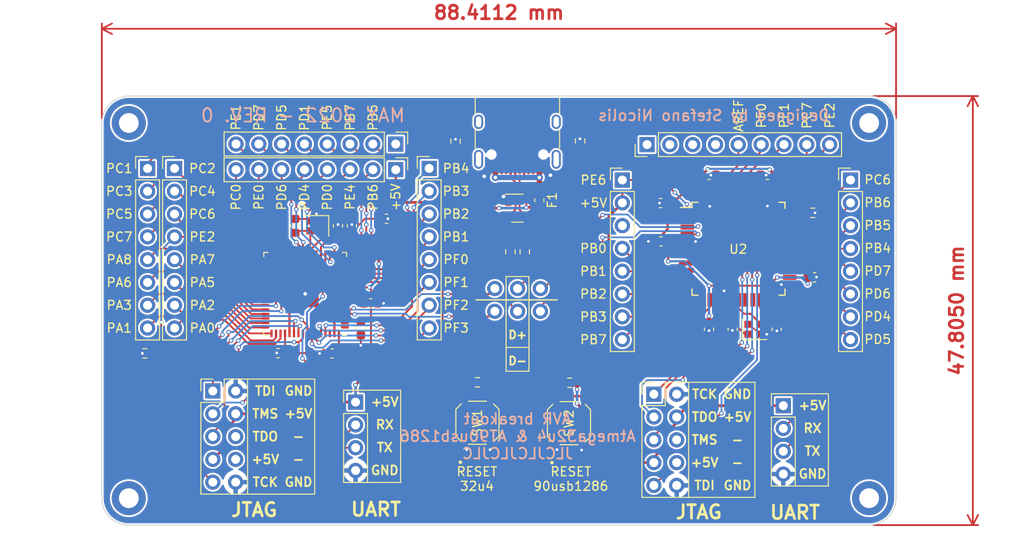
<source format=kicad_pcb>
(kicad_pcb (version 20211014) (generator pcbnew)
  (title_block (title "AVR breakout") (rev "0") (company "Stefano Nicolis"))
  (layers (0 "F.Cu" signal) (31 "B.Cu" signal) (34 "B.Paste" user) (35 "F.Paste" user) (36 "B.SilkS" user "B.Silkscreen") (37 "F.SilkS" user "F.Silkscreen") (38 "B.Mask" user) (39 "F.Mask" user) (44 "Edge.Cuts" user))
  (net 0 "")
  (net 1 "/D-")
  (net 2 "/D+")
  (net 3 "GND")
  (net 4 "+5V")
  (net 5 "Net-(C1-Pad2)")
  (net 6 "Net-(C2-Pad1)")
  (net 7 "Net-(C3-Pad1)")
  (net 8 "Net-(C9-Pad2)")
  (net 9 "Net-(C10-Pad1)")
  (net 10 "Net-(C11-Pad1)")
  (net 11 "Net-(J3-Pad1)")
  (net 12 "Net-(J3-Pad2)")
  (net 13 "/at90usb1286_breakout/PB3")
  (net 14 "/at90usb1286_breakout/PB2")
  (net 15 "/at90usb1286_breakout/RST_at90")
  (net 16 "/at90usb1286_breakout/PB1")
  (net 17 "/at90usb1286_breakout/RX_at90")
  (net 18 "/at90usb1286_breakout/TX_at90")
  (net 19 "/at90usb1286_breakout/PA0")
  (net 20 "/at90usb1286_breakout/PA2")
  (net 21 "/at90usb1286_breakout/PA5")
  (net 22 "/at90usb1286_breakout/PA8")
  (net 23 "/at90usb1286_breakout/PC6")
  (net 24 "/at90usb1286_breakout/PC4")
  (net 25 "/at90usb1286_breakout/PC2")
  (net 26 "/at90usb1286_breakout/PC0")
  (net 27 "/at90usb1286_breakout/PB5")
  (net 28 "/at90usb1286_breakout/PB7")
  (net 29 "/at90usb1286_breakout/PE5")
  (net 30 "/at90usb1286_breakout/PD0")
  (net 31 "/at90usb1286_breakout/PD1")
  (net 32 "/at90usb1286_breakout/PD4")
  (net 33 "/at90usb1286_breakout/PD5")
  (net 34 "/at90usb1286_breakout/PD6")
  (net 35 "/at90usb1286_breakout/PD7")
  (net 36 "/at90usb1286_breakout/PA1")
  (net 37 "/at90usb1286_breakout/PA3")
  (net 38 "/at90usb1286_breakout/PA6")
  (net 39 "/at90usb1286_breakout/PA7")
  (net 40 "/at90usb1286_breakout/PC7")
  (net 41 "/at90usb1286_breakout/PC5")
  (net 42 "/at90usb1286_breakout/PC3")
  (net 43 "/at90usb1286_breakout/PC1")
  (net 44 "/at90usb1286_breakout/PB4")
  (net 45 "/at90usb1286_breakout/PB6")
  (net 46 "/at90usb1286_breakout/PE4")
  (net 47 "/at90usb1286_breakout/TDI_at90")
  (net 48 "/at90usb1286_breakout/TMS_at90")
  (net 49 "/at90usb1286_breakout/TDO_at90")
  (net 50 "/at90usb1286_breakout/TCK_at90")
  (net 51 "/atmega32u4_breakout/RST_32u4")
  (net 53 "/atmega32u4_breakout/RX_32u4")
  (net 54 "/atmega32u4_breakout/TX_32u4")
  (net 55 "/atmega32u4_breakout/PE6")
  (net 56 "/atmega32u4_breakout/PB0")
  (net 57 "/atmega32u4_breakout/PC7")
  (net 58 "/atmega32u4_breakout/PC6")
  (net 59 "/atmega32u4_breakout/PB6")
  (net 60 "/atmega32u4_breakout/PB5")
  (net 61 "/atmega32u4_breakout/PB4")
  (net 62 "/atmega32u4_breakout/PD7")
  (net 63 "/atmega32u4_breakout/PD6")
  (net 64 "/atmega32u4_breakout/PD4")
  (net 65 "/atmega32u4_breakout/AREF")
  (net 66 "/atmega32u4_breakout/PF0")
  (net 67 "/atmega32u4_breakout/PF1")
  (net 68 "/atmega32u4_breakout/TCK_32u4")
  (net 69 "/atmega32u4_breakout/TMS_32u4")
  (net 70 "/atmega32u4_breakout/TDO_32u4")
  (net 71 "/atmega32u4_breakout/TDI_32u4")
  (net 72 "/at90usb1286_breakout/PE6")
  (net 73 "/at90usb1286_breakout/PE7")
  (net 74 "/at90usb1286_breakout/PE3")
  (net 75 "/at90usb1286_breakout/PB0")
  (net 76 "/at90usb1286_breakout/PE0")
  (net 77 "/at90usb1286_breakout/PE1")
  (net 78 "/at90usb1286_breakout/PE2")
  (net 79 "/at90usb1286_breakout/PF3")
  (net 80 "/at90usb1286_breakout/PF2")
  (net 81 "/at90usb1286_breakout/PF1")
  (net 82 "/at90usb1286_breakout/PF0")
  (net 84 "/atmega32u4_breakout/PB7")
  (net 85 "/atmega32u4_breakout/PD0")
  (net 86 "/atmega32u4_breakout/PD1")
  (net 87 "/atmega32u4_breakout/PD5")
  (net 88 "Net-(J1-PadA5)")
  (net 90 "Net-(J1-PadB5)")
  (net 94 "/atmega32u4_breakout/PB1")
  (net 95 "/atmega32u4_breakout/PB2")
  (net 96 "/atmega32u4_breakout/PB3")
  (net 98 "/atmega32u4_breakout/PE2")
  (net 101 "+5V_SAFE")
  (net 102 "D+_32u4")
  (net 103 "D-_32u4")
  (net 104 "D-_at90")
  (net 105 "D+_at90")
  (footprint "Connector_PinHeader_2.54mm:PinHeader_1x02_P2.54mm_Vertical" (layer "F.Cu") (at 151.343 105.58)
    (fp_text reference "J2" hide)
    (fp_text value "Conn_01x02")
  )
  (footprint "Capacitor_SMD:C_0603_1608Metric" (layer "F.Cu") (at 177.6475 110.12 90)
    (fp_text reference "C9" hide)
    (fp_text value "22p")
  )
  (footprint "Resistor_SMD:R_0603_1608Metric" (layer "F.Cu") (at 141.9 89.1575 90)
    (fp_text reference "R2" hide)
    (fp_text value "5k1")
  )
  (footprint "Fuse:Fuse_0603_1608Metric" (layer "F.Cu") (at 151.220625 95.745 -90)
    (fp_text reference "F1")
    (fp_text value "Polyfuse")
  )
  (footprint "Capacitor_SMD:C_0603_1608Metric" (layer "F.Cu") (at 164.7325 96.06)
    (fp_text reference "C12" hide)
    (fp_text value "10u")
  )
  (footprint "Capacitor_SMD:C_0603_1608Metric" (layer "F.Cu") (at 130.36 98.605 -90)
    (fp_text reference "C5" hide)
    (fp_text value "0.1u")
  )
  (footprint "Resistor_SMD:R_0603_1608Metric" (layer "F.Cu") (at 155.76 89.1375 90)
    (fp_text reference "R1" hide)
    (fp_text value "5k1")
  )
  (footprint "Capacitor_SMD:C_0603_1608Metric" (layer "F.Cu") (at 132.46 107.2325)
    (fp_text reference "C3" hide)
    (fp_text value "1u")
  )
  (footprint "Capacitor_SMD:C_0603_1608Metric" (layer "F.Cu") (at 131.36 110.005 90)
    (fp_text reference "C7" hide)
    (fp_text value "0.1u")
  )
  (footprint "Capacitor_SMD:C_0603_1608Metric" (layer "F.Cu") (at 128.16 112.82)
    (fp_text reference "C8" hide)
    (fp_text value "0.1u")
  )
  (footprint "Resistor_SMD:R_0603_1608Metric" (layer "F.Cu") (at 149.603 101.485 90)
    (fp_text reference "R3" hide)
    (fp_text value "22")
  )
  (footprint "Resistor_SMD:R_0603_1608Metric" (layer "F.Cu") (at 154.60625 116.0825)
    (fp_text reference "R7" hide)
    (fp_text value "10k")
  )
  (footprint "Connector_USB:USB_C_Receptacle_HRO_TYPE-C-31-M-12" (layer "F.Cu") (at 148.783 88.055 180)
    (fp_text reference "J1" hide)
    (fp_text value "USB_C_Receptacle_USB2.0")
  )
  (footprint "Connector_PinHeader_2.54mm:PinHeader_1x08_P2.54mm_Vertical" (layer "F.Cu") (at 138.96 92.2)
    (fp_text reference "J11" hide)
    (fp_text value "Conn_01x08")
  )
  (footprint "Connector_PinHeader_2.54mm:PinHeader_1x08_P2.54mm_Vertical" (layer "F.Cu") (at 185.865 93.495)
    (fp_text reference "J16" hide)
    (fp_text value "Conn_01x08")
  )
  (footprint "Capacitor_SMD:C_0603_1608Metric" (layer "F.Cu") (at 170.115 92.92 180)
    (fp_text reference "C14" hide)
    (fp_text value "0.1u")
  )
  (footprint "Capacitor_SMD:C_0603_1608Metric" (layer "F.Cu") (at 181.870625 104.345 180)
    (fp_text reference "C13" hide)
    (fp_text value "0.1u")
  )
  (footprint "Connector_PinHeader_2.54mm:PinHeader_1x04_P2.54mm_Vertical" (layer "F.Cu") (at 130.766729 118.24)
    (fp_text reference "J6" hide)
    (fp_text value "Conn_01x04")
  )
  (footprint "Connector_PinHeader_2.54mm:PinHeader_2x05_P2.54mm_Vertical" (layer "F.Cu") (at 114.876729 117)
    (fp_text reference "J12" hide)
    (fp_text value "AVR-JTAG-10")
  )
  (footprint "Capacitor_SMD:C_0603_1608Metric" (layer "F.Cu") (at 170.115 110.12 90)
    (fp_text reference "C15" hide)
    (fp_text value "0.1u")
  )
  (footprint "Capacitor_SMD:C_0603_1608Metric" (layer "F.Cu") (at 128.81 98.605 90)
    (fp_text reference "C2" hide)
    (fp_text value "22p")
  )
  (footprint "MountingHole:MountingHole_2.2mm_M2_DIN965_Pad" (layer "F.Cu") (at 187.93375 87.1375)
    (fp_text reference "REF**" hide)
    (fp_text value "MountingHole_2.2mm_M2_DIN965_Pad")
  )
  (footprint "MountingHole:MountingHole_2.2mm_M2_DIN965_Pad" (layer "F.Cu") (at 105.5225 87.1375)
    (fp_text reference "REF**" hide)
    (fp_text value "MountingHole_2.2mm_M2_DIN965_Pad")
  )
  (footprint "Connector_PinHeader_2.54mm:PinHeader_1x09_P2.54mm_Vertical" (layer "F.Cu") (at 163.215 89.545 90)
    (fp_text reference "J17" hide)
    (fp_text value "Conn_01x09")
  )
  (footprint "Connector_PinHeader_2.54mm:PinHeader_1x02_P2.54mm_Vertical" (layer "F.Cu") (at 146.263 108.12 180)
    (fp_text reference "J4" hide)
    (fp_text value "Conn_01x02")
  )
  (footprint "Resistor_SMD:R_0603_1608Metric" (layer "F.Cu") (at 144.33375 116.0325 180)
    (fp_text reference "R5" hide)
    (fp_text value "10k")
  )
  (footprint "Capacitor_SMD:C_0603_1608Metric" (layer "F.Cu") (at 164.76 100.3325 180)
    (fp_text reference "C11" hide)
    (fp_text value "1u")
  )
  (footprint "Package_TO_SOT_SMD:SOT-143" (layer "F.Cu") (at 148.78 96.625)
    (fp_text reference "D1" hide)
    (fp_text value "PRTR5V0U2X")
  )
  (footprint "MountingHole:MountingHole_2.2mm_M2_DIN965_Pad" (layer "F.Cu") (at 105.5225 128.9425)
    (fp_text reference "REF**" hide)
    (fp_text value "MountingHole_2.2mm_M2_DIN965_Pad")
  )
  (footprint "Capacitor_SMD:C_0603_1608Metric" (layer "F.Cu") (at 124.0475 98.605 -90)
    (fp_text reference "C1" hide)
    (fp_text value "22p")
  )
  (footprint "Connector_PinHeader_2.54mm:PinHeader_1x08_P2.54mm_Vertical" (layer "F.Cu") (at 110.612979 92.205)
    (fp_text reference "J7" hide)
    (fp_text value "Conn_01x08")
  )
  (footprint "Capacitor_SMD:C_0603_1608Metric" (layer "F.Cu") (at 122.135 112.78)
    (fp_text reference "C6" hide)
    (fp_text value "0.1u")
  )
  (footprint "Connector_PinHeader_2.54mm:PinHeader_1x08_P2.54mm_Vertical" (layer "F.Cu") (at 135.237021 92.345 -90)
    (fp_text reference "J9" hide)
    (fp_text value "Conn_01x08")
  )
  (footprint "Resistor_SMD:R_0603_1608Metric" (layer "F.Cu") (at 148.003 101.485 90)
    (fp_text reference "R4" hide)
    (fp_text value "22")
  )
  (footprint "PTS526:PTS526" (layer "F.Cu") (at 154.52375 120.585 90)
    (fp_text reference "SW2")
    (fp_text value "SW_DPST")
  )
  (footprint "Package_DFN_QFN:QFN-64-1EP_9x9mm_P0.5mm_EP7.5x7.5mm" (layer "F.Cu") (at 125.16 106.17 180)
    (fp_text reference "U1" hide)
    (fp_text value "AT90USB1286-M")
  )
  (footprint "Connector_PinHeader_2.54mm:PinHeader_1x04_P2.54mm_Vertical" (layer "F.Cu") (at 178.38375 118.635)
    (fp_text reference "J14" hide)
    (fp_text value "Conn_01x04")
  )
  (footprint "Crystal:Crystal_SMD_2016-4Pin_2.0x1.6mm" (layer "F.Cu") (at 126.42875 98.605 180)
    (fp_text reference "Y1" hide)
    (fp_text value "Crystal_GND24_Small")
  )
  (footprint "Connector_PinHeader_2.54mm:PinHeader_1x08_P2.54mm_Vertical" (layer "F.Cu") (at 107.612979 92.205)
    (fp_text reference "J10" hide)
    (fp_text value "Conn_01x08")
  )
  (footprint "Connector_PinHeader_2.54mm:PinHeader_2x05_P2.54mm_Vertical" (layer "F.Cu") (at 163.97375 117.36)
    (fp_text reference "J18" hide)
    (fp_text value "AVR-JTAG-10")
  )
  (footprint "Connector_PinHeader_2.54mm:PinHeader_1x08_P2.54mm_Vertical" (layer "F.Cu") (at 160.465 93.495)
    (fp_text reference "J15" hide)
    (fp_text value "Conn_01x08")
  )
  (footprint "Capacitor_SMD:C_0603_1608Metric" (layer "F.Cu") (at 134.21 97.8075 180)
    (fp_text reference "C4" hide)
    (fp_text value "10u")
  )
  (footprint "Package_QFP:TQFP-44_10x10mm_P0.8mm" (layer "F.Cu") (at 173.395625 101.145)
    (fp_text reference "U2")
    (fp_text value "ATmega32U4-A")
  )
  (footprint "Capacitor_SMD:C_0603_1608Metric" (layer "F.Cu") (at 172.7475 110.12 -90)
    (fp_text reference "C10" hide)
    (fp_text value "22p")
  )
  (footprint "MountingHole:MountingHole_2.2mm_M2_DIN965_Pad" (layer "F.Cu") (at 187.93375 128.9425)
    (fp_text reference "REF**" hide)
    (fp_text value "MountingHole_2.2mm_M2_DIN965_Pad")
  )
  (footprint "Connector_PinHeader_2.54mm:PinHeader_1x08_P2.54mm_Vertical" (layer "F.Cu") (at 135.235 89.48 -90)
    (fp_text reference "J8" hide)
    (fp_text value "Conn_01x08")
  )
  (footprint "PTS526:PTS526" (layer "F.Cu") (at 144.33375 120.5375 90)
    (fp_text reference "SW1")
    (fp_text value "SW_DPST")
  )
  (footprint "Connector_PinHeader_2.54mm:PinHeader_1x02_P2.54mm_Vertical" (layer "F.Cu") (at 148.803 108.12 180)
    (fp_text reference "J3" hide)
    (fp_text value "Conn_01x02")
  )
  (footprint "Resistor_SMD:R_0603_1608Metric" (layer "F.Cu") (at 107.31 112.8075)
    (fp_text reference "R6" hide)
    (fp_text value "10k")
  )
  (footprint "Resistor_SMD:R_0603_1608Metric" (layer "F.Cu") (at 181.665 97.145 180)
    (fp_text reference "R8" hide)
    (fp_text value "10k")
  )
  (footprint "Capacitor_SMD:C_0603_1608Metric" (layer "F.Cu") (at 176.615 92.92)
    (fp_text reference "C16" hide)
    (fp_text value "0.1u")
  )
  (footprint "Crystal:Crystal_SMD_2016-4Pin_2.0x1.6mm" (layer "F.Cu") (at 175.1975 110.12)
    (fp_text reference "Y2" hide)
    (fp_text value "Crystal_GND24_Small")
  )
  (gr_line (start 126.216729 128.49) (end 126.216729 115.67) (layer "F.SilkS") (width 0.12))
  (gr_line (start 118.746729 115.67) (end 126.216729 115.67) (layer "F.SilkS") (width 0.12))
  (gr_line (start 178.38375 117.305) (end 183.39875 117.305) (layer "F.SilkS") (width 0.12))
  (gr_line (start 130.766729 116.91) (end 135.781729 116.91) (layer "F.SilkS") (width 0.12))
  (gr_line (start 183.39875 127.585) (end 183.40625 117.36) (layer "F.SilkS") (width 0.12))
  (gr_line (start 147.520625 104.245) (end 150.070625 104.245) (layer "F.SilkS") (width 0.12))
  (gr_line (start 135.781729 127.19) (end 135.789229 116.965) (layer "F.SilkS") (width 0.12))
  (gr_line (start 179.71375 127.585) (end 183.39875 127.585) (layer "F.SilkS") (width 0.12))
  (gr_line (start 150.070625 104.245) (end 150.070625 114.795) (layer "F.SilkS") (width 0.12))
  (gr_line (start 167.75625 116.03) (end 175.22625 116.03) (layer "F.SilkS") (width 0.12))
  (gr_line (start 147.520625 114.795) (end 147.520625 104.245) (layer "F.SilkS") (width 0.12))
  (gr_line (start 118.746729 128.49) (end 126.216729 128.49) (layer "F.SilkS") (width 0.12))
  (gr_line (start 150.070625 114.795) (end 147.520625 114.795) (layer "F.SilkS") (width 0.12))
  (gr_line (start 132.096729 127.19) (end 135.781729 127.19) (layer "F.SilkS") (width 0.12))
  (gr_line (start 175.22625 128.85) (end 175.22625 116.03) (layer "F.SilkS") (width 0.12))
  (gr_line (start 167.75625 128.85) (end 175.22625 128.85) (layer "F.SilkS") (width 0.12))
  (gr_line (start 150.052532 112.145) (end 147.538719 112.145) (layer "F.SilkS") (width 0.12))
  (gr_line (start 144.165 106.845) (end 153.215 106.845) (layer "F.SilkS") (width 0.15))
  (gr_arc (start 187.93375 84.1375) (mid 190.05507 85.01618) (end 190.93375 87.1375) (layer "Edge.Cuts") (width 0.1))
  (gr_arc (start 105.5225 131.9425) (mid 103.40118 131.06382) (end 102.5225 128.9425) (layer "Edge.Cuts") (width 0.1))
  (gr_arc (start 102.5225 87.1375) (mid 103.40118 85.01618) (end 105.5225 84.1375) (layer "Edge.Cuts") (width 0.1))
  (gr_line (start 187.93375 131.9425) (end 105.5225 131.9425) (layer "Edge.Cuts") (width 0.1))
  (gr_line (start 105.5225 84.1375) (end 187.93375 84.1375) (layer "Edge.Cuts") (width 0.1))
  (gr_line (start 190.93375 87.1375) (end 190.93375 128.9425) (layer "Edge.Cuts") (width 0.1))
  (gr_line (start 102.5225 128.9425) (end 102.5225 87.1375) (layer "Edge.Cuts") (width 0.1))
  (gr_arc (start 190.93375 128.9425) (mid 190.05507 131.06382) (end 187.93375 131.9425) (layer "Edge.Cuts") (width 0.1))
  (gr_text "AVR breakout\nAtmega32u4 & AT90usb1286\nJLCJLCJLCJLC" (at 148.803 122.04) (layer "B.SilkS") (effects (font (size 1.2 1.2) (thickness 0.2)) (justify mirror)))
  (gr_text "MAY 2022 - REV. 0" (at 124.905 86.295) (layer "B.SilkS") (effects (font (size 1.5 1.5) (thickness 0.2)) (justify mirror)))
  (gr_text "Designed by Stefano Nicolis" (at 170.625 86.295) (layer "B.SilkS") (effects (font (size 1.2 1.2) (thickness 0.2)) (justify mirror)))
  (gr_text "RESET\n32u4" (at 144.28375 126.795) (layer "F.SilkS") (effects (font (size 1 1))))
  (gr_text "PC7" (at 181.025625 86.31 90) (layer "F.SilkS") (effects (font (size 1 1))))
  (gr_text "-" (at 124.416729 122.07) (layer "F.SilkS") (effects (font (size 1 1) (thickness 0.2))))
  (gr_text "PD0" (at 127.617021 95.395 90) (layer "F.SilkS") (effects (font (size 1 1))))
  (gr_text "RX" (at 134.016729 120.76) (layer "F.SilkS") (effects (font (size 1 1) (thickness 0.2))))
  (gr_text "PA5" (at 113.712979 104.905) (layer "F.SilkS") (effects (font (size 1 1))))
  (gr_text "+5V" (at 169.62625 124.98) (layer "F.SilkS") (effects (font (size 1 1) (thickness 0.2))))
  (gr_text "TDO" (at 169.62625 119.9) (layer "F.SilkS") (effects (font (size 1 1) (thickness 0.2))))
  (gr_text "PB2" (at 141.96 97.28) (layer "F.SilkS") (effects (font (size 1 1))))
  (gr_text "PC1" (at 104.462979 92.205) (layer "F.SilkS") (effects (font (size 1 1))))
  (gr_text "PA0" (at 113.712979 109.985) (layer "F.SilkS") (effects (font (size 1 1))))
  (gr_text "PB4" (at 188.895 101.085) (layer "F.SilkS") (effects (font (size 1 1))))
  (gr_text "PB2" (at 157.245625 106.195) (layer "F.SilkS") (effects (font (size 1 1))))
  (gr_text "PA8" (at 104.462979 102.365) (layer "F.SilkS") (effects (font (size 1 1))))
  (gr_text "PB1" (at 141.96 99.82) (layer "F.SilkS") (effects (font (size 1 1))))
  (gr_text "PB3" (at 157.245625 108.735) (layer "F.SilkS") (effects (font (size 1 1))))
  (gr_text "D+\n\nD-" (at 148.803 112.195) (layer "F.SilkS") (effects (font (size 0.9 0.9) (thickness 0.2))))
  (gr_text "GND" (at 181.63375 126.235) (layer "F.SilkS") (effects (font (size 1 1) (thickness 0.2))))
  (gr_text "+5V" (at 173.27625 119.9) (layer "F.SilkS") (effects (font (size 1 1) (thickness 0.2))))
  (gr_text "TMS" (at 169.62625 122.44) (layer "F.SilkS") (effects (font (size 1 1) (thickness 0.2))))
  (gr_text "PC6" (at 113.712979 97.285) (layer "F.SilkS") (effects (font (size 1 1))))
  (gr_text "PE1" (at 117.455 86.53 90) (layer "F.SilkS") (effects (font (size 1 1))))
  (gr_text "PD6" (at 122.537021 95.395 90) (layer "F.SilkS") (effects (font (size 1 1))))
  (gr_text "PC2" (at 113.712979 92.205) (layer "F.SilkS") (effects (font (size 1 1))))
  (gr_text "PE0" (at 119.997021 95.395 90) (layer "F.SilkS") (effects (font (size 1 1))))
  (gr_text "PF0" (at 141.96 102.36) (layer "F.SilkS") (effects (font (size 1 1))))
  (gr_text "GND" (at 134.016729 125.84) (layer "F.SilkS") (effects (font (size 1 1) (thickness 0.2))))
  (gr_text "-" (at 173.27625 124.98) (layer "F.SilkS") (effects (font (size 1 1) (thickness 0.2))))
  (gr_text "RX" (at 181.63375 121.155) (layer "F.SilkS") (effects (font (size 1 1) (thickness 0.2))))
  (gr_text "PA1" (at 104.462979 109.985) (layer "F.SilkS") (effects (font (size 1 1))))
  (gr_text "PA2" (at 113.712979 107.445) (layer "F.SilkS") (effects (font (size 1 1))))
  (gr_text "PC5" (at 104.462979 97.285) (layer "F.SilkS") (effects (font (size 1 1))))
  (gr_text "PE2" (at 183.565625 86.31 90) (layer "F.SilkS") (effects (font (size 1 1))))
  (gr_text "PB5" (at 188.895 98.545) (layer "F.SilkS") (effects (font (size 1 1))))
  (gr_text "TX" (at 134.016729 123.3) (layer "F.SilkS") (effects (font (size 1 1) (thickness 0.2))))
  (gr_text "PF2" (at 141.96 107.44) (layer "F.SilkS") (effects (font (size 1 1))))
  (gr_text "GND" (at 173.27625 127.52) (layer "F.SilkS") (effects (font (size 1 1) (thickness 0.2))))
  (gr_text "+5V" (at 120.716729 124.62) (layer "F.SilkS") (effects (font (size 1 1) (thickness 0.2))))
  (gr_text "PC4" (at 113.712979 94.745) (layer "F.SilkS") (effects (font (size 1 1))))
  (gr_text "PB4" (at 141.96 92.2) (layer "F.SilkS") (effects (font (size 1 1))))
  (gr_text "TDI" (at 120.716729 117) (layer "F.SilkS") (effects (font (size 1 1) (thickness 0.2))))
  (gr_text "PE2" (at 113.712979 99.825) (layer "F.SilkS") (effects (font (size 1 1))))
  (gr_text "PB1" (at 157.245625 103.655) (layer "F.SilkS") (effects (font (size 1 1))))
  (gr_text "GND" (at 173.27625 117.36) (layer "F.SilkS") (effects (font (size 1 1) (thickness 0.2))))
  (gr_text "PA3" (at 104.462979 107.445) (layer "F.SilkS") (effects (font (size 1 1))))
  (gr_text "+5V" (at 124.416729 119.53) (layer "F.SilkS") (effects (font (size 1 1) (thickness 0.2))))
  (gr_text "PD4" (at 125.077021 95.395 90) (layer "F.SilkS") (effects (font (size 1 1))))
  (gr_text "PB6" (at 188.895 96.005) (layer "F.SilkS") (effects (font (size 1 1))))
  (gr_text "RESET\n90usb1286" (at 154.73375 126.795) (layer "F.SilkS") (effects (font (size 1 1))))
  (gr_text "PD1" (at 125.075 86.53 90) (layer "F.SilkS") (effects (font (size 1 1))))
  (gr_text "UART" (at 133.03375 130.1875) (layer "F.SilkS") (effects (font (size 1.5 1.5) (thickness 0.3))))
  (gr_text "PD5" (at 122.535 86.53 90) (layer "F.SilkS") (effects (font (size 1 1))))
  (gr_text "PB7" (at 130.155 86.53 90) (layer "F.SilkS") (effects (font (size 1 1))))
  (gr_text "JTAG" (at 168.98375 130.4875) (layer "F.SilkS") (effects (font (size 1.5 1.5) (thickness 0.3))))
  (gr_text "TX" (at 181.63375 123.695) (layer "F.SilkS") (effects (font (size 1 1) (thickness 0.2))))
  (gr_text "PA7" (at 113.712979 102.365) (layer "F.SilkS") (effects (font (size 1 1))))
  (gr_text "PD4" (at 188.895 108.705) (layer "F.SilkS") (effects (font (size 1 1))))
  (gr_text "TCK" (at 120.716729 127.16) (layer "F.SilkS") (effects (font (size 1 1) (thickness 0.2))))
  (gr_text "PE5" (at 127.615 86.53 90) (layer "F.SilkS") (effects (font (size 1 1))))
  (gr_text "TDO" (at 120.716729 122.08) (layer "F.SilkS") (effects (font (size 1 1) (thickness 0.2))))
  (gr_text "PB6" (at 132.697021 95.395 90) (layer "F.SilkS") (effects (font (size 1 1))))
  (gr_text "TCK" (at 169.62625 117.36) (layer "F.SilkS") (effects (font (size 1 1) (thickness 0.2))))
  (gr_text "PC7" (at 104.462979 99.825) (layer "F.SilkS") (effects (font (size 1 1))))
  (gr_text "AREF" (at 173.405625 86.31 90) (layer "F.SilkS") (effects (font (size 1 1))))
  (gr_text "PE4" (at 130.157021 95.395 90) (layer "F.SilkS") (effects (font (size 1 1))))
  (gr_text "+5V" (at 135.237021 95.395 90) (layer "F.SilkS") (effects (font (size 1 1))))
  (gr_text "PF3" (at 141.96 109.98) (layer "F.SilkS") (effects (font (size 1 1))))
  (gr_text "+5V" (at 134.016729 118.22) (layer "F.SilkS") (effects (font (size 1 1) (thickness 0.2))))
  (gr_text "PC6" (at 188.895 93.465) (layer "F.SilkS") (effects (font (size 1 1))))
  (gr_text "PA6" (at 104.462979 104.905) (layer "F.SilkS") (effects (font (size 1 1))))
  (gr_text "PF1" (at 178.485625 86.31 90) (layer "F.SilkS") (effects (font (size 1 1))))
  (gr_text "TDI" (at 169.62625 127.52) (layer "F.SilkS") (effects (font (size 1 1) (thickness 0.2))))
  (gr_text "PD6" (at 188.895 106.165) (layer "F.SilkS") (effects (font (size 1 1))))
  (gr_text "PD7" (at 188.895 103.625) (layer "F.SilkS") (effects (font (size 1 1))))
  (gr_text "PF0" (at 175.945625 86.31 90) (layer "F.SilkS") (effects (font (size 1 1))))
  (gr_text "-" (at 124.416729 124.61) (layer "F.SilkS") (effects (font (size 1 1) (thickness 0.2))))
  (gr_text "PB3" (at 141.96 94.74) (layer "F.SilkS") (effects (font (size 1 1))))
  (gr_text "GND" (at 124.416729 116.99) (layer "F.SilkS") (effects (font (size 1 1) (thickness 0.2))))
  (gr_text "-" (at 173.27625 122.44) (layer "F.SilkS") (effects (font (size 1 1) (thickness 0.2))))
  (gr_text "GND" (at 124.416729 127.15) (layer "F.SilkS") (effects (font (size 1 1) (thickness 0.2))))
  (gr_text "+5V" (at 157.245625 96.035) (layer "F.SilkS") (effects (font (size 1 1))))
  (gr_text "PC3" (at 104.462979 94.745) (layer "F.SilkS") (effects (font (size 1 1))))
  (gr_text "PB0" (at 157.245625 101.115) (layer "F.SilkS") (effects (font (size 1 1))))
  (gr_text "+5V" (at 181.63375 118.615) (layer "F.SilkS") (effects (font (size 1 1) (thickness 0.2))))
  (gr_text "PE6" (at 157.245625 93.495) (layer "F.SilkS") (effects (font (size 1 1))))
  (gr_text "PF1" (at 141.96 104.9) (layer "F.SilkS") (effects (font (size 1 1))))
  (gr_text "PB7" (at 157.245625 111.275) (layer "F.SilkS") (effects (font (size 1 1))))
  (gr_text "TMS" (at 120.716729 119.54) (layer "F.SilkS") (effects (font (size 1 1) (thickness 0.2))))
  (gr_text "JTAG" (at 119.48375 130.2375) (layer "F.SilkS") (effects (font (size 1.5 1.5) (thickness 0.3))))
  (gr_text "PC0" (at 117.457021 95.395 90) (layer "F.SilkS") (effects (font (size 1 1))))
  (gr_text "PD5" (at 188.895 111.245) (layer "F.SilkS") (effects (font (size 1 1))))
  (gr_text "PB5" (at 132.695 86.53 90) (layer "F.SilkS") (effects (font (size 1 1))))
  (gr_text "UART" (at 179.68375 130.5375) (layer "F.SilkS") (effects (font (size 1.5 1.5) (thickness 0.3))))
  (gr_text "PD7" (at 119.995 86.53 90) (layer "F.SilkS") (effects (font (size 1 1))))
  (dimension (type aligned) (layer "F.Cu") (pts (xy 102.5225 87.1375) (xy 190.93375 87.1375)) (height -10.5) (gr_text "88.4112 mm" (at 146.728125 74.8375) (layer "F.Cu") (effects (font (size 1.5 1.5) (thickness 0.3)))) (format (units 3) (units_format 1) (precision 4)) (style (thickness 0.2) (arrow_length 1.27) (text_position_mode 0) (extension_height 0.58642) (extension_offset 0.5) keep_text_aligned))
  (dimension (type aligned) (layer "F.Cu") (pts (xy 187.93375 131.9425) (xy 187.93375 84.1375)) (height 11.55) (gr_text "47.8050 mm" (at 197.68375 108.04 90) (layer "F.Cu") (effects (font (size 1.5 1.5) (thickness 0.3)))) (format (units 3) (units_format 1) (precision 4)) (style (thickness 0.2) (arrow_length 1.27) (text_position_mode 0) (extension_height 0.58642) (extension_offset 0.5) keep_text_aligned))
  (segment (start 149.78 97.575) (end 149.018 96.813) (width 0.2) (layer "F.Cu") (net 1))
  (segment (start 149.018 93.16) (end 148.721 93.16) (width 0.2) (layer "F.Cu") (net 1))
  (segment (start 149.583 97.772) (end 149.78 97.575) (width 0.2) (layer "F.Cu") (net 1))
  (segment (start 149.321 93.16) (end 149.018 93.16) (width 0.2) (layer "F.Cu") (net 1))
  (segment (start 148.721 93.16) (end 148.533 92.972) (width 0.2) (layer "F.Cu") (net 1))
  (segment (start 149.533 92.948) (end 149.321 93.16) (width 0.2) (layer "F.Cu") (net 1))
  (segment (start 149.603 97.752) (end 149.78 97.575) (width 0.2) (layer "F.Cu") (net 1))
  (segment (start 148.533 92.972) (end 148.533 92.1) (width 0.2) (layer "F.Cu") (net 1))
  (segment (start 149.018 96.813) (end 149.018 93.16) (width 0.2) (layer "F.Cu") (net 1))
  (segment (start 149.603 100.66) (end 149.603 97.752) (width 0.2) (layer "F.Cu") (net 1))
  (segment (start 149.533 92.1) (end 149.533 92.948) (width 0.2) (layer "F.Cu") (net 1))
  (segment (start 148.003 97.798) (end 147.78 97.575) (width 0.2) (layer "F.Cu") (net 2))
  (segment (start 149.033 91.228) (end 149.033 92.1) (width 0.2) (layer "F.Cu") (net 2))
  (segment (start 148.245 91.04) (end 148.845 91.04) (width 0.2) (layer "F.Cu") (net 2))
  (segment (start 148.033 91.252) (end 148.245 91.04) (width 0.2) (layer "F.Cu") (net 2))
  (segment (start 148.033 92.1) (end 148.033 91.252) (width 0.2) (layer "F.Cu") (net 2))
  (segment (start 148.003 100.66) (end 148.003 97.798) (width 0.2) (layer "F.Cu") (net 2))
  (segment (start 148.583 96.772) (end 147.78 97.575) (width 0.2) (layer "F.Cu") (net 2))
  (segment (start 148.033 92.1) (end 148.033 93.225) (width 0.2) (layer "F.Cu") (net 2))
  (segment (start 148.583 93.775) (end 148.583 96.772) (width 0.2) (layer "F.Cu") (net 2))
  (segment (start 147.983 97.778) (end 147.78 97.575) (width 0.2) (layer "F.Cu") (net 2))
  (segment (start 148.033 93.225) (end 148.583 93.775) (width 0.2) (layer "F.Cu") (net 2))
  (segment (start 148.845 91.04) (end 149.033 91.228) (width 0.2) (layer "F.Cu") (net 2))
  (segment (start 134.985 97.8075) (end 134.36 97.8075) (width 0.2) (layer "F.Cu") (net 3))
  (segment (start 145.53 92.6325) (end 145.08 93.0825) (width 0.6) (layer "F.Cu") (net 3))
  (segment (start 175.73625 110.67) (end 175.8975 110.67) (width 0.14) (layer "F.Cu") (net 3))
  (segment (start 126.995 99.155) (end 127.12875 99.155) (width 0.14) (layer "F.Cu") (net 3))
  (segment (start 153.13625 123.585) (end 152.67375 123.585) (width 0.2) (layer "F.Cu") (net 3))
  (segment (start 152.455 92.9575) (end 152.03 92.5325) (width 0.6) (layer "F.Cu") (net 3))
  (segment (start 170.865 92.945) (end 170.315 92.945) (width 0.25) (layer "F.Cu") (net 3))
  (segment (start 145.53 92.13) (end 145.53 92.6325) (width 0.6) (layer "F.Cu") (net 3))
  (segment (start 125.50375 97.83) (end 125.72875 98.055) (width 0.2) (layer "F.Cu") (net 3))
  (segment (start 156.37375 123.585) (end 155.93375 123.585) (width 0.2) (layer "F.Cu") (net 3))
  (segment (start 129.5725 107.42) (end 126.41 107.42) (width 0.25) (layer "F.Cu") (net 3))
  (segment (start 121.36 112.78) (end 121.9625 112.78) (width 0.2) (layer "F.Cu") (net 3))
  (segment (start 133.885 107.2325) (end 133.235 107.2325) (width 0.2) (layer "F.Cu") (net 3))
  (segment (start 175.8975 110.67) (end 176.53375 110.67) (width 0.2) (layer "F.Cu") (net 3))
  (segment (start 179.095625 105.145) (end 178.165 105.145) (width 0.3) (layer "F.Cu") (net 3))
  (segment (start 171.795625 105.845) (end 171.795625 106.845) (width 0.25) (layer "F.Cu") (net 3))
  (segment (start 174.63625 109.57) (end 175.73625 110.67) (width 0.14) (layer "F.Cu") (net 3))
  (segment (start 170.195625 96.42) (end 170.195625 95.445) (width 0.25) (layer "F.Cu") (net 3))
  (segment (start 174.4975 109.57) (end 174.63625 109.57) (width 0.14) (layer "F.Cu") (net 3))
  (segment (start 121.7875 112.78) (end 121.81 112.7575) (width 0.2) (layer "F.Cu") (net 3))
  (segment (start 170.115 110.895) (end 170.115 110.27625) (width 0.2) (layer "F.Cu") (net 3))
  (segment (start 163.36 100.3325) (end 163.985 100.3325) (width 0.2) (layer "F.Cu") (net 3))
  (segment (start 176.44 92.92) (end 176.465 92.945) (width 0.25) (layer "F.Cu") (net 3))
  (segment (start 128.41 109.42) (end 125.16 106.17) (width 0.25) (layer "F.Cu") (net 3))
  (segment (start 126.76 112.82) (end 127.385 112.82) (width 0.2) (layer "F.Cu") (net 3))
  (segment (start 167.695625 100.345) (end 168.615 100.345) (width 0.25) (layer "F.Cu") (net 3))
  (segment (start 182.080625 104.31) (end 182.610625 104.31) (width 0.3) (layer "F.Cu") (net 3))
  (segment (start 126.41 97.37375) (end 125.72875 98.055) (width 0.2) (layer "F.Cu") (net 3))
  (segment (start 142.48375 123.5375) (end 143.13375 123.5375) (width 0.2) (layer "F.Cu") (net 3))
  (segment (start 126.41 107.42) (end 125.16 106.17) (width 0.25) (layer "F.Cu") (net 3))
  (segment (start 130.36 97.83) (end 130.36 98.4575) (width 0.2) (layer "F.Cu") (net 3))
  (segment (start 176.595625 95.445) (end 176.595625 96.375625) (width 0.25) (layer "F.Cu") (net 3))
  (segment (start 176.53375 110.67) (end 176.54 110.67625) (width 0.2) (layer "F.Cu") (net 3))
  (segment (start 107.035 112.8075) (end 106.485 112.8075) (width 0.2) (layer "F.Cu") (net 3))
  (segment (start 153.18375 123.5375) (end 153.13625 123.585) (width 0.2) (layer "F.Cu") (net 3))
  (segment (start 123.41 110.5825) (end 123.41 107.92) (width 0.25) (layer "F.Cu") (net 3))
  (segment (start 141.89 88.9525) (end 141.89 88.3425) (width 0.25) (layer "F.Cu") (net 3))
  (segment (start 182.49 97.145) (end 181.915 97.145) (width 0.25) (layer "F.Cu") (net 3))
  (segment (start 172.715 110.8625) (end 172.7475 110.895) (width 0.2) (layer "F.Cu") (net 3))
  (segment (start 131.345625 111.92) (end 131.345625 110.794375) (width 0.2) (layer "F.Cu") (net 3))
  (segment (start 126.41 101.7575) (end 126.41 104.92) (width 0.25) (layer "F.Cu") (net 3))
  (segment (start 175.84 92.92) (end 176.44 92.92) (width 0.25) (layer "F.Cu") (net 3))
  (segment (start 125.895 98.055) (end 126.995 99.155) (width 0.14) (layer "F.Cu") (net 3))
  (segment (start 177.665 110.295) (end 177.665 110.8775) (width 0.2) (layer "F.Cu") (net 3))
  (segment (start 163.9575 96.06) (end 164.6 96.06) (width 0.2) (layer "F.Cu") (net 3))
  (segment (start 126.41 104.92) (end 125.16 106.17) (width 0.25) (layer "F.Cu") (net 3))
  (segment (start 128.41 110.5825) (end 128.41 109.42) (width 0.25) (layer "F.Cu") (net 3))
  (segment (start 176.595625 96.375625) (end 176.615 96.395) (width 0.25) (layer "F.Cu") (net 3))
  (segment (start 172.715 110.25125) (end 172.715 110.8625) (width 0.2) (layer "F.Cu") (net 3))
  (segment (start 126.41 97.2575) (end 126.41 97.37375) (width 0.2) (layer "F.Cu") (net 3))
  (segment (start 155.76 88.3125) (end 155.76 88.8875) (width 0.25) (layer "F.Cu") (net 3))
  (segment (start 182.610625 104.31) (end 182.645625 104.345) (width 0.3) (layer "F.Cu") (net 3))
  (segment (start 125.72875 98.055) (end 125.895 98.055) (width 0.14) (layer "F.Cu") (net 3))
  (segment (start 128.81 97.83) (end 128.81 98.4575) (width 0.2) (layer "F.Cu") (net 3))
  (segment (start 170.89 92.92) (end 170.865 92.945) (width 0.25) (layer "F.Cu") (net 3))
  (segment (start 147.24 95.325) (end 147.24 95.335) (width 0.6) (layer "F.Cu") (net 3))
  (segment (start 177.665 110.8775) (end 177.6475 110.895) (width 0.2) (layer "F.Cu") (net 3))
  (segment (start 123.41 107.92) (end 125.16 106.17) (width 0.25) (layer "F.Cu") (net 3))
  (segment (start 146.18375 123.5375) (end 145.73375 123.5375) (width 0.2) (layer "F.Cu") (net 3))
  (segment (start 124.0475 97.83) (end 125.50375 97.83) (width 0.2) (layer "F.Cu") (net 3))
  (segment (start 147.24 95.335) (end 147.78 95.875) (width 0.6) (layer "F.Cu") (net 3))
  (segment (start 131.345625 110.794375) (end 131.36 110.78) (width 0.2) (layer "F.Cu") (net 3))
  (segment (start 152.03 92.5325) (end 152.03 92.13) (width 0.6) (layer "F.Cu") (net 3))
  (via (at 134.36 97.8075) (size 0.5) (drill 0.3) (layers "F.Cu" "B.Cu") (net 3))
  (via (at 152.455 92.9575) (size 0.8) (drill 0.4) (layers "F.Cu" "B.Cu") (net 3))
  (via (at 141.89 88.9525) (size 0.5) (drill 0.3) (layers "F.Cu" "B.Cu") (net 3))
  (via (at 171.795625 105.845) (size 0.5) (drill 0.3) (layers "F.Cu" "B.Cu") (net 3))
  (via (at 164.6 96.06) (size 0.5) (drill 0.3) (layers "F.Cu" "B.Cu") (net 3))
  (via (at 168.615 100.345) (size 0.5) (drill 0.3) (layers "F.Cu" "B.Cu") (net 3))
  (via (at 130.36 98.4575) (size 0.5) (drill 0.3) (layers "F.Cu" "B.Cu") (net 3))
  (via (at 170.315 92.945) (size 0.5) (drill 0.3) (layers "F.Cu" "B.Cu") (net 3))
  (via (at 155.93375 123.585) (size 0.5) (drill 0.3) (layers "F.Cu" "B.Cu") (net 3))
  (via (at 177.665 110.295) (size 0.5) (drill 0.3) (layers "F.Cu" "B.Cu") (net 3))
  (via (at 107.035 112.8075) (size 0.5) (drill 0.3) (layers "F.Cu" "B.Cu") (net 3))
  (via (at 178.165 105.145) (size 0.5) (drill 0.3) (layers "F.Cu" "B.Cu") (net 3))
  (via (at 145.73375 123.5375) (size 0.5) (drill 0.3) (layers "F.Cu" "B.Cu") (net 3))
  (via (at 153.18375 123.5375) (size 0.5) (drill 0.3) (layers "F.Cu" "B.Cu") (net 3))
  (via (at 145.08 93.0825) (size 0.8) (drill 0.4) (layers "F.Cu" "B.Cu") (net 3))
  (via (at 143.13375 123.5375) (size 0.5) (drill 0.3) (layers "F.Cu" "B.Cu") (net 3))
  (via (at 155.745 88.9025) (size 0.5) (drill 0.3) (layers "F.Cu" "B.Cu") (net 3))
  (via (at 182.080625 104.31) (size 0.5) (drill 0.3) (layers "F.Cu" "B.Cu") (net 3))
  (via (at 176.54 110.67625) (size 0.5) (drill 0.3) (layers "F.Cu" "B.Cu") (net 3))
  (via (at 147.24 95.325) (size 0.8) (drill 0.4) (layers "F.Cu" "B.Cu") (net 3))
  (via (at 126.41 97.2575) (size 0.5) (drill 0.3) (layers "F.Cu" "B.Cu") (net 3))
  (via (at 121.985 112.7575) (size 0.5) (drill 0.3) (layers "F.Cu" "B.Cu") (net 3))
  (via (at 126.76 112.82) (size 0.5) (drill 0.3) (layers "F.Cu" "B.Cu") (net 3))
  (via (at 128.81 98.4575) (size 0.5) (drill 0.3) (layers "F.Cu" "B.Cu") (net 3))
  (via (at 133.885 107.2325) (size 0.5) (drill 0.3) (layers "F.Cu" "B.Cu") (net 3))
  (via (at 181.915 97.145) (size 0.5) (drill 0.3) (layers "F.Cu" "B.Cu") (net 3))
  (via (at 170.115 110.27625) (size 0.5) (drill 0.3) (layers "F.Cu" "B.Cu") (net 3))
  (via (at 172.715 110.25125) (size 0.5) (drill 0.3) (layers "F.Cu" "B.Cu") (net 3))
  (via (at 163.36 100.3325) (size 0.5) (drill 0.3) (layers "F.Cu" "B.Cu") (net 3))
  (via (at 125.16 106.17) (size 0.8) (drill 0.4) (layers "F.Cu" "B.Cu") (net 3))
  (via (at 176.465 92.945) (size 0.5) (drill 0.3) (layers "F.Cu" "B.Cu") (net 3))
  (via (at 131.345625 111.92) (size 0.5) (drill 0.3) (layers "F.Cu" "B.Cu") (net 3))
  (via (at 170.195625 96.42) (size 0.5) (drill 0.3) (layers "F.Cu" "B.Cu") (net 3))
  (via (at 176.615 96.395) (size 0.5) (drill 0.3) (layers "F.Cu" "B.Cu") (net 3))
  (segment (start 151.23 94.948125) (end 151.220625 94.9575) (width 0.6) (layer "F.Cu") (net 4))
  (segment (start 146.33 92.13) (end 146.33 93.2075) (width 0.6) (layer "F.Cu") (net 4))
  (segment (start 151.23 93.2075) (end 151.23 94.948125) (width 0.6) (layer "F.Cu") (net 4))
  (segment (start 151.23 93.2075) (end 151.23 92.13) (width 0.6) (layer "F.Cu") (net 4))
  (via (at 151.23 93.2075) (size 0.8) (drill 0.4) (layers "F.Cu" "B.Cu") (net 4))
  (via (at 146.33 93.2075) (size 0.8) (drill 0.4) (layers "F.Cu" "B.Cu") (net 4))
  (segment (start 146.33 93.2075) (end 151.23 93.2075) (width 0.6) (layer "B.Cu") (net 4))
  (segment (start 125.72875 99.155) (end 125.72875 100.63875) (width 0.2) (layer "F.Cu") (net 5))
  (segment (start 124.0475 99.38) (end 124.2725 99.155) (width 0.2) (layer "F.Cu") (net 5))
  (segment (start 124.2725 99.155) (end 125.72875 99.155) (width 0.2) (layer "F.Cu") (net 5))
  (segment (start 125.41 100.9575) (end 125.41 101.7575) (width 0.2) (layer "F.Cu") (net 5))
  (segment (start 125.72875 100.63875) (end 125.41 100.9575) (width 0.2) (layer "F.Cu") (net 5))
  (segment (start 127.16 99.8575) (end 128.3325 99.8575) (width 0.2) (layer "F.Cu") (net 6))
  (segment (start 128.3325 99.8575) (end 128.81 99.38) (width 0.2) (layer "F.Cu") (net 6))
  (segment (start 125.91 101.1075) (end 127.16 99.8575) (width 0.2) (layer "F.Cu") (net 6))
  (segment (start 125.91 101.7575) (end 125.91 101.1075) (width 0.2) (layer "F.Cu") (net 6))
  (segment (start 128.72625 99.38) (end 127.40125 98.055) (width 0.2) (layer "F.Cu") (net 6))
  (segment (start 127.40125 98.055) (end 127.12875 98.055) (width 0.2) (layer "F.Cu") (net 6))
  (segment (start 128.81 99.38) (end 128.72625 99.38) (width 0.2) (layer "F.Cu") (net 6))
  (segment (start 131.3725 106.92) (end 131.685 107.2325) (width 0.2) (layer "F.Cu") (net 7))
  (segment (start 129.5725 106.92) (end 131.3725 106.92) (width 0.2) (layer "F.Cu") (net 7))
  (segment (start 173.395625 107.775625) (end 174.015 108.395) (width 0.2) (layer "F.Cu") (net 8))
  (segment (start 173.395625 106.845) (end 173.395625 107.775625) (width 0.2) (layer "F.Cu") (net 8))
  (segment (start 174.015 108.395) (end 174.7225 108.395) (width 0.2) (layer "F.Cu") (net 8))
  (segment (start 177.6475 109.345) (end 176.1225 109.345) (width 0.2) (layer "F.Cu") (net 8))
  (segment (start 176.1225 109.345) (end 175.8975 109.57) (width 0.2) (layer "F.Cu") (net 8))
  (segment (start 174.7225 108.395) (end 175.8975 109.57) (width 0.2) (layer "F.Cu") (net 8))
  (segment (start 174.11125 110.67) (end 174.4975 110.67) (width 0.2) (layer "F.Cu") (net 9))
  (segment (start 172.7475 109.345) (end 172.78625 109.345) (width 0.2) (layer "F.Cu") (net 9))
  (segment (start 172.595625 106.845) (end 172.595625 109.193125) (width 0.2) (layer "F.Cu") (net 9))
  (segment (start 172.78625 109.345) (end 174.11125 110.67) (width 0.2) (layer "F.Cu") (net 9))
  (segment (start 172.595625 109.193125) (end 172.7475 109.345) (width 0.2) (layer "F.Cu") (net 9))
  (segment (start 167.695625 101.145) (end 166.3475 101.145) (width 0.2) (layer "F.Cu") (net 10))
  (segment (start 166.3475 101.145) (end 165.535 100.3325) (width 0.2) (layer "F.Cu") (net 10))
  (segment (start 148.003 102.31) (end 148.003 104.33) (width 0.2) (layer "F.Cu") (net 11))
  (segment (start 147.545625 104.787375) (end 147.545625 106.862625) (width 0.2) (layer "F.Cu") (net 11))
  (segment (start 148.003 104.33) (end 147.545625 104.787375) (width 0.2) (layer "F.Cu") (net 11))
  (segment (start 147.545625 106.862625) (end 148.803 108.12) (width 0.2) (layer "F.Cu") (net 11))
  (segment (start 149.603 102.31) (end 149.603 104.78) (width 0.2) (layer "F.Cu") (net 12))
  (segment (start 149.603 104.78) (end 148.803 105.58) (width 0.2) (layer "F.Cu") (net 12))
  (segment (start 137.253 96.58) (end 137.253 100.68) (width 0.2) (layer "F.Cu") (net 13))
  (segment (start 134.013 103.92) (end 129.5725 103.92) (width 0.2) (layer "F.Cu") (net 13))
  (segment (start 137.253 100.68) (end 134.013 103.92) (width 0.2) (layer "F.Cu") (net 13))
  (via (at 137.253 96.58) (size 0.5) (drill 0.3) (layers "F.Cu" "B.Cu") (net 13))
  (segment (start 137.253 96.447) (end 138.96 94.74) (width 0.2) (layer "B.Cu") (net 13))
  (segment (start 137.253 96.58) (end 137.253 96.447) (width 0.2) (layer "B.Cu") (net 13))
  (segment (start 137.653 98.587) (end 138.96 97.28) (width 0.2) (layer "F.Cu") (net 14))
  (segment (start 137.653 100.88) (end 137.653 98.587) (width 0.2) (layer "F.Cu") (net 14))
  (segment (start 129.5725 104.42) (end 134.113 104.42) (width 0.2) (layer "F.Cu") (net 14))
  (segment (start 134.113 104.42) (end 137.653 100.88) (width 0.2) (layer "F.Cu") (net 14))
  (segment (start 124.853 113.38) (end 128.408 116.935) (width 0.2) (layer "F.Cu") (net 15))
  (segment (start 127.11 103.1325) (end 127.41 102.8325) (width 0.2) (layer "F.Cu") (net 15))
  (segment (start 145.15875 116.0325) (end 146.18375 117.0575) (width 0.25) (layer "F.Cu") (net 15))
  (segment (start 146.18375 117.5375) (end 142.48375 117.5375) (width 0.25) (layer "F.Cu") (net 15))
  (segment (start 141.88125 116.935) (end 142.48375 117.5375) (width 0.2) (layer "F.Cu") (net 15))
  (segment (start 128.408 116.935) (end 141.88125 116.935) (width 0.2) (layer "F.Cu") (net 15))
  (segment (start 127.41 102.8325) (end 127.41 101.7575) (width 0.2) (layer "F.Cu") (net 15))
  (segment (start 127.11 106.4575) (end 127.11 103.1325) (width 0.2) (layer "F.Cu") (net 15))
  (segment (start 146.18375 117.0575) (end 146.18375 117.5375) (width 0.25) (layer "F.Cu") (net 15))
  (via (at 124.853 113.38) (size 0.5) (drill 0.3) (layers "F.Cu" "B.Cu") (net 15))
  (via (at 127.11 106.4575) (size 0.5) (drill 0.3) (layers "F.Cu" "B.Cu") (net 15))
  (segment (start 125.365 108.2025) (end 127.11 106.4575) (width 0.2) (layer "B.Cu") (net 15))
  (segment (start 124.853 110.307) (end 125.365 109.795) (width 0.2) (layer "B.Cu") (net 15))
  (segment (start 124.853 113.38) (end 124.853 110.307) (width 0.2) (layer "B.Cu") (net 15))
  (segment (start 125.365 109.795) (end 125.365 108.2025) (width 0.2) (layer "B.Cu") (net 15))
  (segment (start 130.81 104.9075) (end 130.86 104.8575) (width 0.2) (layer "F.Cu") (net 16))
  (segment (start 138.96 100.173) (end 138.96 99.82) (width 0.2) (layer "F.Cu") (net 16))
  (segment (start 130.8225 104.92) (end 130.81 104.9075) (width 0.2) (layer "F.Cu") (net 16))
  (segment (start 134.2755 104.8575) (end 138.96 100.173) (width 0.2) (layer "F.Cu") (net 16))
  (segment (start 129.5725 104.92) (end 130.8225 104.92) (width 0.2) (layer "F.Cu") (net 16))
  (segment (start 130.86 104.8575) (end 134.2755 104.8575) (width 0.2) (layer "F.Cu") (net 16))
  (segment (start 113.195625 127.645) (end 114.145625 128.595) (width 0.2) (layer "F.Cu") (net 17))
  (segment (start 113.195625 113.47) (end 113.195625 127.645) (width 0.2) (layer "F.Cu") (net 17))
  (segment (start 122.951729 128.595) (end 130.766729 120.78) (width 0.2) (layer "F.Cu") (net 17))
  (segment (start 122.495625 108.095) (end 122.495625 104.925625) (width 0.2) (layer "F.Cu") (net 17))
  (segment (start 115.945625 110.72) (end 113.195625 113.47) (width 0.2) (layer "F.Cu") (net 17))
  (segment (start 122.495625 104.925625) (end 123.91 103.51125) (width 0.2) (layer "F.Cu") (net 17))
  (segment (start 123.91 103.51125) (end 123.91 101.7575) (width 0.2) (layer "F.Cu") (net 17))
  (segment (start 114.145625 128.595) (end 122.951729 128.595) (width 0.2) (layer "F.Cu") (net 17))
  (via (at 122.495625 108.095) (size 0.5) (drill 0.3) (layers "F.Cu" "B.Cu") (net 17))
  (via (at 115.945625 110.72) (size 0.5) (drill 0.3) (layers "F.Cu" "B.Cu") (net 17))
  (segment (start 115.945625 110.72) (end 115.945625 110.32) (width 0.2) (layer "B.Cu") (net 17))
  (segment (start 118.170625 108.095) (end 122.495625 108.095) (width 0.2) (layer "B.Cu") (net 17))
  (segment (start 115.945625 110.32) (end 118.170625 108.095) (width 0.2) (layer "B.Cu") (net 17))
  (segment (start 115.345625 110.745) (end 112.795625 113.295) (width 0.2) (layer "F.Cu") (net 18))
  (segment (start 112.795625 127.82) (end 113.970625 128.995) (width 0.2) (layer "F.Cu") (net 18))
  (segment (start 112.795625 113.295) (end 112.795625 127.82) (width 0.2) (layer "F.Cu") (net 18))
  (segment (start 123.245625 128.995) (end 128.920625 123.32) (width 0.2) (layer "F.Cu") (net 18))
  (segment (start 113.970625 128.995) (end 123.245625 128.995) (width 0.2) (layer "F.Cu") (net 18))
  (segment (start 128.920625 123.32) (end 130.766729 123.32) (width 0.2) (layer "F.Cu") (net 18))
  (segment (start 121.895625 104.825625) (end 123.41 103.31125) (width 0.2) (layer "F.Cu") (net 18))
  (segment (start 115.570625 109.795) (end 115.345625 110.02) (width 0.2) (layer "F.Cu") (net 18))
  (segment (start 115.345625 110.02) (end 115.345625 110.745) (width 0.2) (layer "F.Cu") (net 18))
  (segment (start 121.895625 107.52) (end 121.895625 104.825625) (width 0.2) (layer "F.Cu") (net 18))
  (segment (start 123.41 103.31125) (end 123.41 101.7575) (width 0.2) (layer "F.Cu") (net 18))
  (via (at 115.570625 109.795) (size 0.5) (drill 0.3) (layers "F.Cu" "B.Cu") (net 18))
  (via (at 121.895625 107.52) (size 0.5) (drill 0.3) (layers "F.Cu" "B.Cu") (net 18))
  (segment (start 117.845625 107.52) (end 115.570625 109.795) (width 0.2) (layer "B.Cu") (net 18))
  (segment (start 121.895625 107.52) (end 117.845625 107.52) (width 0.2) (layer "B.Cu") (net 18))
  (segment (start 118.86 111.7575) (end 116.185 109.0825) (width 0.2) (layer "F.Cu") (net 19))
  (segment (start 116.185 109.0825) (end 111.515479 109.0825) (width 0.2) (layer "F.Cu") (net 19))
  (segment (start 122.41 110.5825) (end 122.41 111.1575) (width 0.2) (layer "F.Cu") (net 19))
  (segment (start 121.81 111.7575) (end 118.86 111.7575) (width 0.2) (layer "F.Cu") (net 19))
  (segment (start 122.41 111.1575) (end 121.81 111.7575) (width 0.2) (layer "F.Cu") (net 19))
  (segment (start 111.515479 109.0825) (end 110.612979 109.985) (width 0.2) (layer "F.Cu") (net 19))
  (segment (start 116.61 108.2575) (end 111.425479 108.2575) (width 0.2) (layer "F.Cu") (net 20))
  (segment (start 111.425479 108.2575) (end 110.612979 107.445) (width 0.2) (layer "F.Cu") (net 20))
  (segment (start 118.935 110.5825) (end 116.61 108.2575) (width 0.2) (layer "F.Cu") (net 20))
  (segment (start 121.41 110.5825) (end 118.935 110.5825) (width 0.2) (layer "F.Cu") (net 20))
  (segment (start 120.7475 109.42) (end 118.9725 109.42) (width 0.2) (layer "F.Cu") (net 21))
  (segment (start 118.9725 109.42) (end 115.285 105.7325) (width 0.2) (layer "F.Cu") (net 21))
  (segment (start 115.285 105.7325) (end 111.440479 105.7325) (width 0.2) (layer "F.Cu") (net 21))
  (segment (start 111.440479 105.7325) (end 110.612979 104.905) (width 0.2) (layer "F.Cu") (net 21))
  (segment (start 119.2475 107.92) (end 112.4575 101.13) (width 0.2) (layer "F.Cu") (net 22))
  (segment (start 112.4575 101.13) (end 108.847979 101.13) (width 0.2) (layer "F.Cu") (net 22))
  (segment (start 108.847979 101.13) (end 107.612979 102.365) (width 0.2) (layer "F.Cu") (net 22))
  (segment (start 120.7475 107.92) (end 119.2475 107.92) (width 0.2) (layer "F.Cu") (net 22))
  (segment (start 120.7475 106.42) (end 119.6 106.42) (width 0.2) (layer "F.Cu") (net 23))
  (segment (start 119.6 106.42) (end 110.612979 97.432979) (width 0.2) (layer "F.Cu") (net 23))
  (segment (start 110.612979 97.432979) (end 110.612979 97.285) (width 0.2) (layer "F.Cu") (net 23))
  (segment (start 112.41 96.23) (end 110.925 94.745) (width 0.2) (layer "F.Cu") (net 24))
  (segment (start 120.7475 105.42) (end 119.8 105.42) (width 0.2) (layer "F.Cu") (net 24))
  (segment (start 110.925 94.745) (end 110.612979 94.745) (width 0.2) (layer "F.Cu") (net 24))
  (segment (start 112.41 98.03) (end 112.41 96.23) (width 0.2) (layer "F.Cu") (net 24))
  (segment (start 119.8 105.42) (end 112.41 98.03) (width 0.2) (layer "F.Cu") (net 24))
  (segment (start 110.612979 92.205) (end 113.21 94.802021) (width 0.2) (layer "F.Cu") (net 25))
  (segment (start 113.21 94.802021) (end 113.21 97.63) (width 0.2) (layer "F.Cu") (net 25))
  (segment (start 120 104.42) (end 120.7475 104.42) (width 0.2) (layer "F.Cu") (net 25))
  (segment (start 113.21 97.63) (end 120 104.42) (width 0.2) (layer "F.Cu") (net 25))
  (segment (start 120.7475 103.42) (end 120.1975 103.42) (width 0.2) (layer "F.Cu") (net 26))
  (segment (start 120.1975 103.42) (end 117.457021 100.679521) (width 0.2) (layer "F.Cu") (net 26))
  (segment (start 117.457021 100.679521) (end 117.457021 92.345) (width 0.2) (layer "F.Cu") (net 26))
  (segment (start 133.96 93.1075) (end 133.96 90.745) (width 0.2) (layer "F.Cu") (net 27))
  (segment (start 130.0975 102.92) (end 129.5725 102.92) (width 0.2) (layer "F.Cu") (net 27))
  (segment (start 133.96 90.745) (end 132.695 89.48) (width 0.2) (layer "F.Cu") (net 27))
  (segment (start 132.51 100.5075) (end 130.0975 102.92) (width 0.2) (layer "F.Cu") (net 27))
  (segment (start 132.51 94.5575) (end 133.96 93.1075) (width 0.2) (layer "F.Cu") (net 27))
  (segment (start 132.51 96.7575) (end 132.51 94.5575) (width 0.2) (layer "F.Cu") (net 27))
  (segment (start 132.51 99.1075) (end 132.51 100.5075) (width 0.2) (layer "F.Cu") (net 27))
  (via (at 132.51 99.1075) (size 0.5) (drill 0.3) (layers "F.Cu" "B.Cu") (net 27))
  (via (at 132.51 96.7575) (size 0.5) (drill 0.3) (layers "F.Cu" "B.Cu") (net 27))
  (segment (start 132.51 96.7575) (end 132.51 99.1075) (width 0.2) (layer "B.Cu") (net 27))
  (segment (start 131.41 96.7575) (end 131.41 90.735) (width 0.2) (layer "F.Cu") (net 28))
  (segment (start 131.41 99.1075) (end 131.41 100.1075) (width 0.2) (layer "F.Cu") (net 28))
  (segment (start 131.41 100.1075) (end 129.76 101.7575) (width 0.2) (layer "F.Cu") (net 28))
  (segment (start 129.76 101.7575) (end 128.91 101.7575) (width 0.2) (layer "F.Cu") (net 28))
  (segment (start 131.41 90.735) (end 130.155 89.48) (width 0.2) (layer "F.Cu") (net 28))
  (via (at 131.41 99.1075) (size 0.5) (drill 0.3) (layers "F.Cu" "B.Cu") (net 28))
  (via (at 131.41 96.7575) (size 0.5) (drill 0.3) (layers "F.Cu" "B.Cu") (net 28))
  (segment (start 131.41 99.1075) (end 131.41 96.7575) (width 0.2) (layer "B.Cu") (net 28))
  (segment (start 124.81 96.2575) (end 125.41 96.2575) (width 0.2) (layer "F.Cu") (net 29))
  (segment (start 125.41 96.2575) (end 128.86 92.8075) (width 0.2) (layer "F.Cu") (net 29))
  (segment (start 127.91 102.5575) (end 127.96 102.6075) (width 0.2) (layer "F.Cu") (net 29))
  (segment (start 128.86 92.8075) (end 128.86 90.725) (width 0.2) (layer "F.Cu") (net 29))
  (segment (start 128.86 90.725) (end 127.615 89.48) (width 0.2) (layer "F.Cu") (net 29))
  (segment (start 127.91 101.7575) (end 127.91 102.5575) (width 0.2) (layer "F.Cu") (net 29))
  (via (at 124.81 96.2575) (size 0.5) (drill 0.3) (layers "F.Cu" "B.Cu") (net 29))
  (via (at 127.96 102.6075) (size 0.5) (drill 0.3) (layers "F.Cu" "B.Cu") (net 29))
  (segment (start 124.81 99.4575) (end 127.96 102.6075) (width 0.2) (layer "B.Cu") (net 29))
  (segment (start 124.81 96.2575) (end 124.81 99.4575) (width 0.2) (layer "B.Cu") (net 29))
  (segment (start 124.16 95.9575) (end 127.617021 92.500479) (width 0.2) (layer "F.Cu") (net 30))
  (segment (start 124.91 100.47) (end 124.91 101.7575) (width 0.2) (layer "F.Cu") (net 30))
  (segment (start 124.96 100.42) (end 124.91 100.47) (width 0.2) (layer "F.Cu") (net 30))
  (segment (start 127.617021 92.500479) (end 127.617021 92.345) (width 0.2) (layer "F.Cu") (net 30))
  (segment (start 124.16 96.7575) (end 124.16 95.9575) (width 0.2) (layer "F.Cu") (net 30))
  (via (at 124.96 100.42) (size 0.5) (drill 0.3) (layers "F.Cu" "B.Cu") (net 30))
  (via (at 124.16 96.7575) (size 0.5) (drill 0.3) (layers "F.Cu" "B.Cu") (net 30))
  (segment (start 124.16 99.62) (end 124.16 96.7575) (width 0.2) (layer "B.Cu") (net 30))
  (segment (start 124.96 100.42) (end 124.16 99.62) (width 0.2) (layer "B.Cu") (net 30))
  (segment (start 124.41 100.67) (end 124.41 101.7575) (width 0.2) (layer "F.Cu") (net 31))
  (segment (start 123.61 96.2075) (end 123.61 95.5575) (width 0.2) (layer "F.Cu") (net 31))
  (segment (start 124.16 100.42) (end 124.41 100.67) (width 0.2) (layer "F.Cu") (net 31))
  (segment (start 123.61 95.5575) (end 126.36 92.8075) (width 0.2) (layer "F.Cu") (net 31))
  (segment (start 126.36 92.8075) (end 126.36 90.765) (width 0.2) (layer "F.Cu") (net 31))
  (segment (start 126.36 90.765) (end 125.075 89.48) (width 0.2) (layer "F.Cu") (net 31))
  (via (at 123.61 96.2075) (size 0.5) (drill 0.3) (layers "F.Cu" "B.Cu") (net 31))
  (via (at 124.16 100.42) (size 0.5) (drill 0.3) (layers "F.Cu" "B.Cu") (net 31))
  (segment (start 123.61 99.87) (end 123.61 96.2075) (width 0.2) (layer "B.Cu") (net 31))
  (segment (start 124.16 100.42) (end 123.61 99.87) (width 0.2) (layer "B.Cu") (net 31))
  (segment (start 122.91 101.7575) (end 122.91 95.0575) (width 0.2) (layer "F.Cu") (net 32))
  (segment (start 125.077021 92.890479) (end 125.077021 92.345) (width 0.2) (layer "F.Cu") (net 32))
  (segment (start 122.91 95.0575) (end 125.077021 92.890479) (width 0.2) (layer "F.Cu") (net 32))
  (segment (start 123.81 93.4575) (end 123.81 90.755) (width 0.2) (layer "F.Cu") (net 33))
  (segment (start 122.41 101.7575) (end 122.41 94.8575) (width 0.2) (layer "F.Cu") (net 33))
  (segment (start 122.41 94.8575) (end 123.81 93.4575) (width 0.2) (layer "F.Cu") (net 33))
  (segment (start 123.81 90.755) (end 122.535 89.48) (width 0.2) (layer "F.Cu") (net 33))
  (segment (start 121.91 94.6575) (end 122.537021 94.030479) (width 0.2) (layer "F.Cu") (net 34))
  (segment (start 121.91 101.7575) (end 121.91 94.6575) (width 0.2) (layer "F.Cu") (net 34))
  (segment (start 122.537021 94.030479) (end 122.537021 92.345) (width 0.2) (layer "F.Cu") (net 34))
  (segment (start 121.21 90.695) (end 119.995 89.48) (width 0.2) (layer "F.Cu") (net 35))
  (segment (start 121.41 94.6575) (end 121.21 94.4575) (width 0.2) (layer "F.Cu") (net 35))
  (segment (start 121.41 101.7575) (end 121.41 94.6575) (width 0.2) (layer "F.Cu") (net 35))
  (segment (start 121.21 94.4575) (end 121.21 90.695) (width 0.2) (layer "F.Cu") (net 35))
  (segment (start 121.91 111.0575) (end 121.61 111.3575) (width 0.2) (layer "F.Cu") (net 36))
  (segment (start 121.91 110.5825) (end 121.91 111.0575) (width 0.2) (layer "F.Cu") (net 36))
  (segment (start 121.61 111.3575) (end 119.085 111.3575) (width 0.2) (layer "F.Cu") (net 36))
  (segment (start 108.917979 108.68) (end 107.612979 109.985) (width 0.2) (layer "F.Cu") (net 36))
  (segment (start 119.085 111.3575) (end 116.4075 108.68) (width 0.2) (layer "F.Cu") (net 36))
  (segment (start 116.4075 108.68) (end 108.917979 108.68) (width 0.2) (layer "F.Cu") (net 36))
  (segment (start 120.7475 109.92) (end 118.8725 109.92) (width 0.2) (layer "F.Cu") (net 37))
  (segment (start 118.8725 109.92) (end 115.1325 106.18) (width 0.2) (layer "F.Cu") (net 37))
  (segment (start 115.1325 106.18) (end 108.877979 106.18) (width 0.2) (layer "F.Cu") (net 37))
  (segment (start 108.877979 106.18) (end 107.612979 107.445) (width 0.2) (layer "F.Cu") (net 37))
  (segment (start 113.8325 103.68) (end 108.837979 103.68) (width 0.2) (layer "F.Cu") (net 38))
  (segment (start 119.0725 108.92) (end 113.8325 103.68) (width 0.2) (layer "F.Cu") (net 38))
  (segment (start 120.7475 108.92) (end 119.0725 108.92) (width 0.2) (layer "F.Cu") (net 38))
  (segment (start 108.837979 103.68) (end 107.612979 104.905) (width 0.2) (layer "F.Cu") (net 38))
  (segment (start 111.505479 103.2575) (end 110.612979 102.365) (width 0.2) (layer "F.Cu") (net 39))
  (segment (start 113.985 103.2575) (end 111.505479 103.2575) (width 0.2) (layer "F.Cu") (net 39))
  (segment (start 120.7475 108.42) (end 119.1475 108.42) (width 0.2) (layer "F.Cu") (net 39))
  (segment (start 119.1475 108.42) (end 113.985 103.2575) (width 0.2) (layer "F.Cu") (net 39))
  (segment (start 108.857979 98.58) (end 107.612979 99.825) (width 0.2) (layer "F.Cu") (net 40))
  (segment (start 120.7475 106.92) (end 119.5 106.92) (width 0.2) (layer "F.Cu") (net 40))
  (segment (start 119.5 106.92) (end 111.16 98.58) (width 0.2) (layer "F.Cu") (net 40))
  (segment (start 111.16 98.58) (end 108.857979 98.58) (width 0.2) (layer "F.Cu") (net 40))
  (segment (start 112.01 98.23) (end 112.01 96.83) (width 0.2) (layer "F.Cu") (net 41))
  (segment (start 111.16 95.98) (end 108.917979 95.98) (width 0.2) (layer "F.Cu") (net 41))
  (segment (start 112.01 96.83) (end 111.16 95.98) (width 0.2) (layer "F.Cu") (net 41))
  (segment (start 108.917979 95.98) (end 107.612979 97.285) (width 0.2) (layer "F.Cu") (net 41))
  (segment (start 119.7 105.92) (end 112.01 98.23) (width 0.2) (layer "F.Cu") (net 41))
  (segment (start 120.7475 105.92) (end 119.7 105.92) (width 0.2) (layer "F.Cu") (net 41))
  (segment (start 112.81 95.18) (end 111.16 93.53) (width 0.2) (layer "F.Cu") (net 42))
  (segment (start 111.16 93.53) (end 108.827979 93.53) (width 0.2) (layer "F.Cu") (net 42))
  (segment (start 112.81 97.83) (end 112.81 95.18) (width 0.2) (layer "F.Cu") (net 42))
  (segment (start 119.9 104.92) (end 112.81 97.83) (width 0.2) (layer "F.Cu") (net 42))
  (segment (start 108.827979 93.53) (end 107.612979 94.745) (width 0.2) (layer "F.Cu") (net 42))
  (segment (start 120.7475 104.92) (end 119.9 104.92) (width 0.2) (layer "F.Cu") (net 42))
  (segment (start 111.56 90.88) (end 108.36 90.88) (width 0.2) (layer "F.Cu") (net 43))
  (segment (start 113.66 97.48) (end 113.66 92.98) (width 0.2) (layer "F.Cu") (net 43))
  (segment (start 113.66 92.98) (end 111.56 90.88) (width 0.2) (layer "F.Cu") (net 43))
  (segment (start 107.612979 91.627021) (end 107.612979 92.205) (width 0.2) (layer "F.Cu") (net 43))
  (segment (start 120.7475 103.92) (end 120.1 103.92) (width 0.2) (layer "F.Cu") (net 43))
  (segment (start 120.1 103.92) (end 113.66 97.48) (width 0.2) (layer "F.Cu") (net 43))
  (segment (start 108.36 90.88) (end 107.612979 91.627021) (width 0.2) (layer "F.Cu") (net 43))
  (segment (start 136.503 96.555) (end 136.503 96.78) (width 0.2) (layer "F.Cu") (net 44))
  (segment (start 136.503 96.78) (end 136.853 97.13) (width 0.2) (layer "F.Cu") (net 44))
  (segment (start 133.9225 103.42) (end 129.5725 103.42) (width 0.2) (layer "F.Cu") (net 44))
  (segment (start 136.853 100.4895) (end 133.9225 103.42) (width 0.2) (layer "F.Cu") (net 44))
  (segment (start 136.853 97.13) (end 136.853 100.4895) (width 0.2) (layer "F.Cu") (net 44))
  (via (at 136.503 96.555) (size 0.5) (drill 0.3) (layers "F.Cu" "B.Cu") (net 44))
  (segment (start 137.703 93.457) (end 138.96 92.2) (width 0.2) (layer "B.Cu") (net 44))
  (segment (start 136.503 96.555) (end 136.503 96.23) (width 0.2) (layer "B.Cu") (net 44))
  (segment (start 136.503 96.23) (end 137.703 95.03) (width 0.2) (layer "B.Cu") (net 44))
  (segment (start 137.703 95.03) (end 137.703 93.457) (width 0.2) (layer "B.Cu") (net 44))
  (segment (start 129.8475 102.42) (end 129.5725 102.42) (width 0.2) (layer "F.Cu") (net 45))
  (segment (start 131.96 97.2075) (end 131.96 93.082021) (width 0.2) (layer "F.Cu") (net 45))
  (segment (start 131.96 98.4575) (end 131.96 100.3075) (width 0.2) (layer "F.Cu") (net 45))
  (segment (start 131.96 93.082021) (end 132.697021 92.345) (width 0.2) (layer "F.Cu") (net 45))
  (segment (start 131.96 100.3075) (end 129.8475 102.42) (width 0.2) (layer "F.Cu") (net 45))
  (via (at 131.96 98.4575) (size 0.5) (drill 0.3) (layers "F.Cu" "B.Cu") (net 45))
  (via (at 131.96 97.2075) (size 0.5) (drill 0.3) (layers "F.Cu" "B.Cu") (net 45))
  (segment (start 131.96 98.4575) (end 131.96 97.2075) (width 0.2) (layer "B.Cu") (net 45))
  (segment (start 125.36 97.02) (end 125.482021 97.02) (width 0.2) (layer "F.Cu") (net 46))
  (segment (start 128.41 101.7575) (end 128.41 101.0075) (width 0.2) (layer "F.Cu") (net 46))
  (segment (start 125.482021 97.02) (end 130.157021 92.345) (width 0.2) (layer "F.Cu") (net 46))
  (via (at 128.41 101.0075) (size 0.5) (drill 0.3) (layers "F.Cu" "B.Cu") (net 46))
  (via (at 125.36 97.02) (size 0.5) (drill 0.3) (layers "F.Cu" "B.Cu") (net 46))
  (segment (start 125.36 97.02) (end 125.36 99.11375) (width 0.2) (layer "B.Cu") (net 46))
  (segment (start 127.25375 101.0075) (end 128.41 101.0075) (width 0.2) (layer "B.Cu") (net 46))
  (segment (start 125.36 99.11375) (end 127.25375 101.0075) (width 0.2) (layer "B.Cu") (net 46))
  (segment (start 124.06 109.2075) (end 123.91 109.3575) (width 0.2) (layer "F.Cu") (net 47))
  (segment (start 114.876729 113.390771) (end 114.876729 117) (width 0.2) (layer "F.Cu") (net 47))
  (segment (start 123.91 109.3575) (end 123.91 110.5825) (width 0.2) (layer "F.Cu") (net 47))
  (segment (start 116.8875 111.38) (end 114.876729 113.390771) (width 0.2) (layer "F.Cu") (net 47))
  (segment (start 116.903 111.38) (end 116.8875 111.38) (width 0.2) (layer "F.Cu") (net 47))
  (via (at 116.903 111.38) (size 0.5) (drill 0.3) (layers "F.Cu" "B.Cu") (net 47))
  (via (at 124.06 109.2075) (size 0.5) (drill 0.3) (layers "F.Cu" "B.Cu") (net 47))
  (segment (start 116.903 111.38) (end 119.0755 109.2075) (width 0.2) (layer "B.Cu") (net 47))
  (segment (start 119.0755 109.2075) (end 124.06 109.2075) (width 0.2) (layer "B.Cu") (net 47))
  (segment (start 124.91 111.1075) (end 124.91 110.5825) (width 0.2) (layer "F.Cu") (net 48))
  (segment (start 119.03375 116.2875) (end 119.03375 117.4375) (width 0.2) (layer "F.Cu") (net 48))
  (segment (start 117.753 112.13) (end 117.753 115.00675) (width 0.2) (layer "F.Cu") (net 48))
  (segment (start 119.03375 117.4375) (end 118.18375 118.2875) (width 0.2) (layer "F.Cu") (net 48))
  (segment (start 117.753 115.00675) (end 119.03375 116.2875) (width 0.2) (layer "F.Cu") (net 48))
  (segment (start 124.46 111.5575) (end 124.91 111.1075) (width 0.2) (layer "F.Cu") (net 48))
  (segment (start 123.91 111.5575) (end 124.46 111.5575) (width 0.2) (layer "F.Cu") (net 48))
  (via (at 117.753 112.13) (size 0.5) (drill 0.3) (layers "F.Cu" "B.Cu") (net 48))
  (via (at 118.18375 118.2875) (size 0.5) (drill 0.3) (layers "F.Cu" "B.Cu") (net 48))
  (via (at 123.91 111.5575) (size 0.5) (drill 0.3) (layers "F.Cu" "B.Cu") (net 48))
  (segment (start 118.18375 118.2875) (end 116.129229 118.2875) (width 0.2) (layer "B.Cu") (net 48))
  (segment (start 116.129229 118.2875) (end 114.876729 119.54) (width 0.2) (layer "B.Cu") (net 48))
  (segment (start 118.3255 111.5575) (end 123.91 111.5575) (width 0.2) (layer "B.Cu") (net 48))
  (segment (start 117.753 112.13) (end 118.3255 111.5575) (width 0.2) (layer "B.Cu") (net 48))
  (segment (start 116.15875 120.36774) (end 114.876729 121.649761) (width 0.2) (layer "F.Cu") (net 49))
  (segment (start 114.876729 121.649761) (end 114.876729 122.08) (width 0.2) (layer "F.Cu") (net 49))
  (segment (start 124.56 109.7575) (end 124.41 109.9075) (width 0.2) (layer "F.Cu") (net 49))
  (segment (start 116.15875 112.92425) (end 116.15875 120.36774) (width 0.2) (layer "F.Cu") (net 49))
  (segment (start 124.41 109.9075) (end 124.41 110.5825) (width 0.2) (layer "F.Cu") (net 49))
  (segment (start 117.703 111.38) (end 116.15875 112.92425) (width 0.2) (layer "F.Cu") (net 49))
  (via (at 124.56 109.7575) (size 0.5) (drill 0.3) (layers "F.Cu" "B.Cu") (net 49))
  (via (at 117.703 111.38) (size 0.5) (drill 0.3) (layers "F.Cu" "B.Cu") (net 49))
  (segment (start 119.3255 109.7575) (end 124.56 109.7575) (width 0.2) (layer "B.Cu") (net 49))
  (segment (start 117.703 111.38) (end 119.3255 109.7575) (width 0.2) (layer "B.Cu") (net 49))
  (segment (start 124.76 109.0575) (end 125.41 109.7075) (width 0.2) (layer "F.Cu") (net 50))
  (segment (start 113.60875 113.8625) (end 113.60875 125.892021) (width 0.2) (layer "F.Cu") (net 50))
  (segment (start 116.63375 110.8375) (end 113.60875 113.8625) (width 0.2) (layer "F.Cu") (net 50))
  (segment (start 113.60875 125.892021) (end 114.876729 127.16) (width 0.2) (layer "F.Cu") (net 50))
  (segment (start 125.41 109.7075) (end 125.41 110.5825) (width 0.2) (layer "F.Cu") (net 50))
  (segment (start 116.63375 110.4375) (end 116.63375 110.8375) (width 0.2) (layer "F.Cu") (net 50))
  (via (at 116.63375 110.4375) (size 0.5) (drill 0.3) (layers "F.Cu" "B.Cu") (net 50))
  (via (at 124.76 109.0575) (size 0.5) (drill 0.3) (layers "F.Cu" "B.Cu") (net 50))
  (segment (start 116.63375 110.4375) (end 117.155 110.4375) (width 0.2) (layer "B.Cu") (net 50))
  (segment (start 117.155 110.4375) (end 118.935 108.6575) (width 0.2) (layer "B.Cu") (net 50))
  (segment (start 118.935 108.6575) (end 124.36 108.6575) (width 0.2) (layer "B.Cu") (net 50))
  (segment (start 124.36 108.6575) (end 124.76 109.0575) (width 0.2) (layer "B.Cu") (net 50))
  (segment (start 153.78125 116.0825) (end 152.67375 117.19) (width 0.25) (layer "F.Cu") (net 51))
  (segment (start 156.37375 117.585) (end 160.28625 117.585) (width 0.2) (layer "F.Cu") (net 51))
  (segment (start 170.195625 107.675625) (end 170.195625 106.845) (width 0.2) (layer "F.Cu") (net 51))
  (segment (start 156.38125 117.585) (end 152.67375 117.585) (width 0.25) (layer "F.Cu") (net 51))
  (segment (start 160.28625 117.585) (end 170.195625 107.675625) (width 0.2) (layer "F.Cu") (net 51))
  (segment (start 152.67375 117.19) (end 152.67375 117.585) (width 0.25) (layer "F.Cu") (net 51))
  (segment (start 175.795625 107.725625) (end 175.795625 106.845) (width 0.2) (layer "F.Cu") (net 53))
  (segment (start 178.2105 108.4875) (end 176.5575 108.4875) (width 0.2) (layer "F.Cu") (net 53))
  (segment (start 179.68375 119.875) (end 179.68375 109.96075) (width 0.2) (layer "F.Cu") (net 53))
  (segment (start 178.38375 121.175) (end 179.68375 119.875) (width 0.2) (layer "F.Cu") (net 53))
  (segment (start 176.5575 108.4875) (end 175.795625 107.725625) (width 0.2) (layer "F.Cu") (net 53))
  (segment (start 179.68375 109.96075) (end 178.2105 108.4875) (width 0.2) (layer "F.Cu") (net 53))
  (segment (start 180.2105 109.8375) (end 180.203 109.8375) (width 0.2) (layer "F.Cu") (net 54))
  (segment (start 176.595625 106.845) (end 176.595625 107.699375) (width 0.2) (layer "F.Cu") (net 54))
  (segment (start 180.203 109.8375) (end 180.203 121.89575) (width 0.2) (layer "F.Cu") (net 54))
  (segment (start 178.4105 108.0375) (end 180.2105 109.8375) (width 0.2) (layer "F.Cu") (net 54))
  (segment (start 176.93375 108.0375) (end 178.4105 108.0375) (width 0.2) (layer "F.Cu") (net 54))
  (segment (start 176.595625 107.699375) (end 176.93375 108.0375) (width 0.2) (layer "F.Cu") (net 54))
  (segment (start 180.203 121.89575) (end 178.38375 123.715) (width 0.2) (layer "F.Cu") (net 54))
  (segment (start 166.315 94.895) (end 164.915 93.495) (width 0.2) (layer "F.Cu") (net 55))
  (segment (start 167.665 97.114375) (end 167.695625 97.145) (width 0.2) (layer "F.Cu") (net 55))
  (segment (start 164.915 93.495) (end 160.465 93.495) (width 0.2) (layer "F.Cu") (net 55))
  (segment (start 167.665 96.195) (end 167.665 97.114375) (width 0.2) (layer "F.Cu") (net 55))
  (via (at 166.315 94.895) (size 0.5) (drill 0.3) (layers "F.Cu" "B.Cu") (net 55))
  (via (at 167.665 96.195) (size 0.5) (drill 0.3) (layers "F.Cu" "B.Cu") (net 55))
  (segment (start 167.665 96.195) (end 167.615 96.195) (width 0.2) (layer "B.Cu") (net 55))
  (segment (start 167.615 96.195) (end 166.315 94.895) (width 0.2) (layer "B.Cu") (net 55))
  (segment (start 166.465 103.195) (end 166.915 102.745) (width 0.2) (layer "F.Cu") (net 56))
  (segment (start 166.915 102.745) (end 167.695625 102.745) (width 0.2) (layer "F.Cu") (net 56))
  (segment (start 160.465 101.115) (end 162.545 103.195) (width 0.2) (layer "F.Cu") (net 56))
  (segment (start 162.545 103.195) (end 166.465 103.195) (width 0.2) (layer "F.Cu") (net 56))
  (segment (start 177.915 97.545) (end 177.915 96.645) (width 0.2) (layer "F.Cu") (net 57))
  (segment (start 177.915 96.645) (end 180.995 93.565) (width 0.2) (layer "F.Cu") (net 57))
  (segment (start 178.315 97.945) (end 177.915 97.545) (width 0.2) (layer "F.Cu") (net 57))
  (segment (start 180.995 93.565) (end 180.995 89.545) (width 0.2) (layer "F.Cu") (net 57))
  (segment (start 179.095625 97.945) (end 178.315 97.945) (width 0.2) (layer "F.Cu") (net 57))
  (segment (start 183.765 97.395) (end 183.765 95.595) (width 0.2) (layer "F.Cu") (net 58))
  (segment (start 179.095625 98.745) (end 182.415 98.745) (width 0.2) (layer "F.Cu") (net 58))
  (segment (start 183.765 95.595) (end 185.865 93.495) (width 0.2) (layer "F.Cu") (net 58))
  (segment (start 182.415 98.745) (end 183.765 97.395) (width 0.2) (layer "F.Cu") (net 58))
  (segment (start 182.515 99.545) (end 185.865 96.195) (width 0.2) (layer "F.Cu") (net 59))
  (segment (start 179.095625 99.545) (end 182.515 99.545) (width 0.2) (layer "F.Cu") (net 59))
  (segment (start 185.865 96.195) (end 185.865 96.035) (width 0.2) (layer "F.Cu") (net 59))
  (segment (start 179.095625 100.345) (end 184.095 100.345) (width 0.2) (layer "F.Cu") (net 60))
  (segment (start 184.095 100.345) (end 185.865 98.575) (width 0.2) (layer "F.Cu") (net 60))
  (segment (start 179.095625 101.145) (end 185.835 101.145) (width 0.2) (layer "F.Cu") (net 61))
  (segment (start 185.835 101.145) (end 185.865 101.115) (width 0.2) (layer "F.Cu") (net 61))
  (segment (start 184.155 101.945) (end 185.865 103.655) (width 0.2) (layer "F.Cu") (net 62))
  (segment (start 179.095625 101.945) (end 184.155 101.945) (width 0.2) (layer "F.Cu") (net 62))
  (segment (start 179.095625 102.745) (end 183.395625 102.745) (width 0.2) (layer "F.Cu") (net 63))
  (segment (start 184.295625 103.645) (end 184.295625 104.625625) (width 0.2) (layer "F.Cu") (net 63))
  (segment (start 184.295625 104.625625) (end 185.865 106.195) (width 0.2) (layer "F.Cu") (net 63))
  (segment (start 183.395625 102.745) (end 184.295625 103.645) (width 0.2) (layer "F.Cu") (net 63))
  (segment (start 183.695625 103.845) (end 183.695625 106.565625) (width 0.2) (layer "F.Cu") (net 64))
  (segment (start 180.195625 103.545) (end 180.345625 103.395) (width 0.2) (layer "F.Cu") (net 64))
  (segment (start 183.245625 103.395) (end 183.695625 103.845) (width 0.2) (layer "F.Cu") (net 64))
  (segment (start 180.345625 103.395) (end 183.245625 103.395) (width 0.2) (layer "F.Cu") (net 64))
  (segment (start 179.095625 103.545) (end 180.195625 103.545) (width 0.2) (layer "F.Cu") (net 64))
  (segment (start 183.695625 106.565625) (end 185.865 108.735) (width 0.2) (layer "F.Cu") (net 64))
  (segment (start 173.375 89.545) (end 173.375 91.835) (width 0.2) (layer "F.Cu") (net 65))
  (segment (start 170.995625 94.214375) (end 170.995625 95.445) (width 0.2) (layer "F.Cu") (net 65))
  (segment (start 173.375 91.835) (end 170.995625 94.214375) (width 0.2) (layer "F.Cu") (net 65))
  (segment (start 175.915 89.545) (end 175.915 90.295) (width 0.2) (layer "F.Cu") (net 66))
  (segment (start 175.915 90.295) (end 171.795625 94.414375) (width 0.2) (layer "F.Cu") (net 66))
  (segment (start 171.795625 94.414375) (end 171.795625 95.445) (width 0.2) (layer "F.Cu") (net 66))
  (segment (start 175.865 91.395) (end 172.595625 94.664375) (width 0.2) (layer "F.Cu") (net 67))
  (segment (start 176.605 91.395) (end 175.865 91.395) (width 0.2) (layer "F.Cu") (net 67))
  (segment (start 178.455 89.545) (end 176.605 91.395) (width 0.2) (layer "F.Cu") (net 67))
  (segment (start 172.595625 94.664375) (end 172.595625 95.445) (width 0.2) (layer "F.Cu") (net 67))
  (segment (start 173.815 104.595) (end 173.815 96.8375) (width 0.2) (layer "F.Cu") (net 68))
  (segment (start 173.815 96.8375) (end 173.395625 96.418125) (width 0.2) (layer "F.Cu") (net 68))
  (segment (start 173.765 111.595) (end 173.165 112.195) (width 0.2) (layer "F.Cu") (net 68))
  (segment (start 169.13875 112.195) (end 163.97375 117.36) (width 0.2) (layer "F.Cu") (net 68))
  (segment (start 173.165 112.195) (end 169.13875 112.195) (width 0.2) (layer "F.Cu") (net 68))
  (segment (start 173.395625 96.418125) (end 173.395625 95.445) (width 0.2) (layer "F.Cu") (net 68))
  (via (at 173.765 111.595) (size 0.5) (drill 0.3) (layers "F.Cu" "B.Cu") (net 68))
  (via (at 173.815 104.595) (size 0.5) (drill 0.3) (layers "F.Cu" "B.Cu") (net 68))
  (segment (start 173.765 111.595) (end 173.815 111.545) (width 0.2) (layer "B.Cu") (net 68))
  (segment (start 173.815 111.545) (end 173.815 104.595) (width 0.2) (layer "B.Cu") (net 68))
  (segment (start 174.195625 96.568125) (end 174.195625 95.445) (width 0.2) (layer "F.Cu") (net 69))
  (segment (start 169.388 112.595) (end 165.253 116.73) (width 0.2) (layer "F.Cu") (net 69))
  (segment (start 174.365 96.7375) (end 174.195625 96.568125) (width 0.2) (layer "F.Cu") (net 69))
  (segment (start 174.365 104.145) (end 174.365 96.7375) (width 0.2) (layer "F.Cu") (net 69))
  (segment (start 163.97375 122.00925) (end 163.97375 122.44) (width 0.2) (layer "F.Cu") (net 69))
  (segment (start 165.253 116.73) (end 165.253 120.73) (width 0.2) (layer "F.Cu") (net 69))
  (segment (start 174.365 111.995) (end 173.765 112.595) (width 0.2) (layer "F.Cu") (net 69))
  (segment (start 173.765 112.595) (end 169.388 112.595) (width 0.2) (layer "F.Cu") (net 69))
  (segment (start 165.253 120.73) (end 163.97375 122.00925) (width 0.2) (layer "F.Cu") (net 69))
  (via (at 174.365 104.145) (size 0.5) (drill 0.3) (layers "F.Cu" "B.Cu") (net 69))
  (via (at 174.365 111.995) (size 0.5) (drill 0.3) (layers "F.Cu" "B.Cu") (net 69))
  (segment (start 174.365 111.995) (end 174.365 104.145) (width 0.2) (layer "B.Cu") (net 69))
  (segment (start 167.253 115.437625) (end 167.253 115.73) (width 0.2) (layer "F.Cu") (net 70))
  (segment (start 174.915 104.595) (end 174.915 95.525625) (width 0.2) (layer "F.Cu") (net 70))
  (segment (start 174.915 112.495) (end 174.415 112.995) (width 0.2) (layer "F.Cu") (net 70))
  (segment (start 169.695625 112.995) (end 167.253 115.437625) (width 0.2) (layer "F.Cu") (net 70))
  (segment (start 174.415 112.995) (end 169.695625 112.995) (width 0.2) (layer "F.Cu") (net 70))
  (segment (start 167.253 115.73) (end 167.203 115.78) (width 0.2) (layer "F.Cu") (net 70))
  (segment (start 174.915 95.525625) (end 174.995625 95.445) (width 0.2) (layer "F.Cu") (net 70))
  (via (at 174.915 112.495) (size 0.5) (drill 0.3) (layers "F.Cu" "B.Cu") (net 70))
  (via (at 174.915 104.595) (size 0.5) (drill 0.3) (layers "F.Cu" "B.Cu") (net 70))
  (via (at 167.203 115.78) (size 0.5) (drill 0.3) (layers "F.Cu" "B.Cu") (net 70))
  (segment (start 163.203 115.78) (end 162.653 116.33) (width 0.2) (layer "B.Cu") (net 70))
  (segment (start 162.653 118.57925) (end 163.97375 119.9) (width 0.2) (layer "B.Cu") (net 70))
  (segment (start 174.915 112.495) (end 174.915 104.595) (width 0.2) (layer "B.Cu") (net 70))
  (segment (start 162.653 116.33) (end 162.653 118.57925) (width 0.2) (layer "B.Cu") (net 70))
  (segment (start 167.203 115.78) (end 163.203 115.78) (width 0.2) (layer "B.Cu") (net 70))
  (segment (start 166.003 123.73) (end 165.253 124.48) (width 0.2) (layer "F.Cu") (net 71))
  (segment (start 167.203 123.73) (end 166.003 123.73) (width 0.2) (layer "F.Cu") (net 71))
  (segment (start 165.253 124.48) (end 165.253 126.24075) (width 0.2) (layer "F.Cu") (net 71))
  (segment (start 171.503 119.48) (end 171.453 119.48) (width 0.2) (layer "F.Cu") (net 71))
  (segment (start 175.795625 96.418125) (end 175.795625 95.445) (width 0.2) (layer "F.Cu") (net 71))
  (segment (start 175.465 104.095) (end 175.465 96.74875) (width 0.2) (layer "F.Cu") (net 71))
  (segment (start 171.453 119.48) (end 167.203 123.73) (width 0.2) (layer "F.Cu") (net 71))
  (segment (start 165.253 126.24075) (end 163.97375 127.52) (width 0.2) (layer "F.Cu") (net 71))
  (segment (start 175.465 96.74875) (end 175.795625 96.418125) (width 0.2) (layer "F.Cu") (net 71))
  (via (at 171.503 119.48) (size 0.5) (drill 0.3) (layers "F.Cu" "B.Cu") (net 71))
  (via (at 175.465 104.095) (size 0.5) (drill 0.3) (layers "F.Cu" "B.Cu") (net 71))
  (segment (start 171.503 117.507) (end 175.465 113.545) (width 0.2) (layer "B.Cu") (net 71))
  (segment (start 171.503 119.48) (end 171.503 117.507) (width 0.2) (layer "B.Cu") (net 71))
  (segment (start 175.465 113.545) (end 175.465 104.095) (width 0.2) (layer "B.Cu") (net 71))
  (segment (start 120.3725 102.42) (end 120.7475 102.42) (width 0.2) (layer "F.Cu") (net 76))
  (segment (start 119.997021 102.044521) (end 120.3725 102.42) (width 0.2) (layer "F.Cu") (net 76))
  (segment (start 119.997021 92.345) (end 119.997021 102.044521) (width 0.2) (layer "F.Cu") (net 76))
  (segment (start 118.71 90.735) (end 118.71 101.3325) (width 0.2) (layer "F.Cu") (net 77))
  (segment (start 117.455 89.48) (end 118.71 90.735) (width 0.2) (layer "F.Cu") (net 77))
  (segment (start 120.2975 102.92) (end 120.7475 102.92) (width 0.2) (layer "F.Cu") (net 77))
  (segment (start 118.71 101.3325) (end 120.2975 102.92) (width 0.2) (layer "F.Cu") (net 77))
  (segment (start 120.7475 107.42) (end 119.3225 107.42) (width 0.2) (layer "F.Cu") (net 78))
  (segment (start 111.7275 99.825) (end 110.612979 99.825) (width 0.2) (layer "F.Cu") (net 78))
  (segment (start 109.13375 111.80875) (end 108.135 112.8075) (width 0.2) (layer "F.Cu") (net 78))
  (segment (start 109.13375 109.3375) (end 109.13375 111.80875) (width 0.2) (layer "F.Cu") (net 78))
  (segment (start 119.3225 107.42) (end 111.7275 99.825) (width 0.2) (layer "F.Cu") (net 78))
  (via (at 109.13375 109.3375) (size 0.5) (drill 0.3) (layers "F.Cu" "B.Cu") (net 78))
  (segment (start 109.13375 101.304229) (end 110.612979 99.825) (width 0.2) (layer "B.Cu") (net 78))
  (segment (start 109.13375 109.3375) (end 109.13375 101.304229) (width 0.2) (layer "B.Cu") (net 78))
  (segment (start 137.57 111.37) (end 138.96 109.98) (width 0.2) (layer "F.Cu") (net 79))
  (segment (start 125.91 111.7325) (end 125.91 110.5825) (width 0.2) (layer "F.Cu") (net 79))
  (segment (start 133.595625 111.37) (end 137.57 111.37) (width 0.2) (layer "F.Cu") (net 79))
  (via (at 133.595625 111.37) (size 0.5) (drill 0.3) (layers "F.Cu" "B.Cu") (net 79))
  (via (at 125.91 111.7325) (size 0.5) (drill 0.3) (layers "F.Cu" "B.Cu") (net 79))
  (segment (start 126.3475 112.17) (end 125.91 111.7325) (width 0.2) (layer "B.Cu") (net 79))
  (segment (start 133.595625 111.37) (end 127.995625 111.37) (width 0.2) (layer "B.Cu") (net 79))
  (segment (start 127.995625 111.37) (end 127.195625 112.17) (width 0.2) (layer "B.Cu") (net 79))
  (segment (start 127.195625 112.17) (end 126.3475 112.17) (width 0.2) (layer "B.Cu") (net 79))
  (segment (start 133.045625 110.82) (end 135.8475 110.82) (width 0.2) (layer "F.Cu") (net 80))
  (segment (start 126.685 111.6075) (end 126.41 111.3325) (width 0.2) (layer "F.Cu") (net 80))
  (segment (start 138.96 107.7075) (end 138.96 107.44) (width 0.2) (layer "F.Cu") (net 80))
  (segment (start 126.41 111.3325) (end 126.41 110.5825) (width 0.2) (layer "F.Cu") (net 80))
  (segment (start 135.8475 110.82) (end 138.96 107.7075) (width 0.2) (layer "F.Cu") (net 80))
  (via (at 126.685 111.6075) (size 0.5) (drill 0.3) (layers "F.Cu" "B.Cu") (net 80))
  (via (at 133.045625 110.82) (size 0.5) (drill 0.3) (layers "F.Cu" "B.Cu") (net 80))
  (segment (start 133.045625 110.82) (end 127.4725 110.82) (width 0.2) (layer "B.Cu") (net 80))
  (segment (start 127.4725 110.82) (end 126.685 111.6075) (width 0.2) (layer "B.Cu") (net 80))
  (segment (start 137.653 108.13) (end 137.653 106.207) (width 0.2) (layer "F.Cu") (net 81))
  (segment (start 126.91 110.5825) (end 126.91 109.9075) (width 0.2) (layer "F.Cu") (net 81))
  (segment (start 133.570625 110.245) (end 135.538 110.245) (width 0.2) (layer "F.Cu") (net 81))
  (segment (start 137.653 106.207) (end 138.96 104.9) (width 0.2) (layer "F.Cu") (net 81))
  (segment (start 135.538 110.245) (end 137.653 108.13) (width 0.2) (layer "F.Cu") (net 81))
  (segment (start 126.91 109.9075) (end 126.76 109.7575) (width 0.2) (layer "F.Cu") (net 81))
  (via (at 133.570625 110.245) (size 0.5) (drill 0.3) (layers "F.Cu" "B.Cu") (net 81))
  (via (at 126.76 109.7575) (size 0.5) (drill 0.3) (layers "F.Cu" "B.Cu") (net 81))
  (segment (start 133.570625 110.245) (end 133.545625 110.27) (width 0.2) (layer "B.Cu") (net 81))
  (segment (start 126.76 109.859375) (end 126.76 109.7575) (width 0.2) (layer "B.Cu") (net 81))
  (segment (start 127.170625 110.27) (end 126.76 109.859375) (width 0.2) (layer "B.Cu") (net 81))
  (segment (start 133.545625 110.27) (end 127.170625 110.27) (width 0.2) (layer "B.Cu") (net 81))
  (segment (start 127.46 109.6825) (end 127.41 109.7325) (width 0.2) (layer "F.Cu") (net 82))
  (segment (start 134.953 109.68) (end 137.053 107.58) (width 0.2) (layer "F.Cu") (net 82))
  (segment (start 133.103 109.68) (end 134.953 109.68) (width 0.2) (layer "F.Cu") (net 82))
  (segment (start 137.053 107.58) (end 137.053 104.267) (width 0.2) (layer "F.Cu") (net 82))
  (segment (start 137.053 104.267) (end 138.96 102.36) (width 0.2) (layer "F.Cu") (net 82))
  (segment (start 127.41 109.7325) (end 127.41 110.5825) (width 0.2) (layer "F.Cu") (net 82))
  (via (at 133.103 109.68) (size 0.5) (drill 0.3) (layers "F.Cu" "B.Cu") (net 82))
  (via (at 127.46 109.6825) (size 0.5) (drill 0.3) (layers "F.Cu" "B.Cu") (net 82))
  (segment (start 133.1005 109.6825) (end 127.46 109.6825) (width 0.2) (layer "B.Cu") (net 82))
  (segment (start 133.103 109.68) (end 133.1005 109.6825) (width 0.2) (layer "B.Cu") (net 82))
  (segment (start 164.895 106.845) (end 160.465 111.275) (width 0.2) (layer "F.Cu") (net 84))
  (segment (start 169.395625 106.845) (end 164.895 106.845) (width 0.2) (layer "F.Cu") (net 84))
  (segment (start 181.435 106.845) (end 185.865 111.275) (width 0.2) (layer "F.Cu") (net 87))
  (segment (start 177.395625 106.845) (end 181.435 106.845) (width 0.2) (layer "F.Cu") (net 87))
  (segment (start 150.033 90.91325) (end 150.033 92.1) (width 0.25) (layer "F.Cu") (net 88))
  (segment (start 155.3325 89.5825) (end 151.36375 89.5825) (width 0.25) (layer "F.Cu") (net 88))
  (segment (start 155.73 89.98) (end 155.3325 89.5825) (width 0.25) (layer "F.Cu") (net 88))
  (segment (start 151.36375 89.5825) (end 150.033 90.91325) (width 0.25) (layer "F.Cu") (net 88))
  (segment (start 142.3 89.5825) (end 141.9 89.9825) (width 0.25) (layer "F.Cu") (net 90))
  (segment (start 147.033 92.1) (end 147.033 90.60175) (width 0.25) (layer "F.Cu") (net 90))
  (segment (start 146.01375 89.5825) (end 142.3 89.5825) (width 0.25) (layer "F.Cu") (net 90))
  (segment (start 147.033 90.60175) (end 146.01375 89.5825) (width 0.25) (layer "F.Cu") (net 90))
  (segment (start 167.585625 103.655) (end 167.695625 103.545) (width 0.2) (layer "F.Cu") (net 94))
  (segment (start 160.465 103.655) (end 167.585625 103.655) (width 0.2) (layer "F.Cu") (net 94))
  (segment (start 160.465 106.195) (end 163.915 106.195) (width 0.2) (layer "F.Cu") (net 95))
  (segment (start 165.765 104.345) (end 167.695625 104.345) (width 0.2) (layer "F.Cu") (net 95))
  (segment (start 163.915 106.195) (end 165.765 104.345) (width 0.2) (layer "F.Cu") (net 95))
  (segment (start 162.225 108.735) (end 165.815 105.145) (width 0.2) (layer "F.Cu") (net 96))
  (segment (start 160.465 108.735) (end 162.225 108.735) (width 0.2) (layer "F.Cu") (net 96))
  (segment (start 165.815 105.145) (end 167.695625 105.145) (width 0.2) (layer "F.Cu") (net 96))
  (segment (start 179.095625 97.145) (end 180.84 97.145) (width 0.25) (layer "F.Cu") (net 98))
  (segment (start 180.84 94.72) (end 180.84 97.145) (width 0.2) (layer "F.Cu") (net 98))
  (segment (start 181.665 91.415) (end 181.665 93.895) (width 0.2) (layer "F.Cu") (net 98))
  (segment (start 183.535 89.545) (end 181.665 91.415) (width 0.2) (layer "F.Cu") (net 98))
  (segment (start 181.665 93.895) (end 180.84 94.72) (width 0.2) (layer "F.Cu") (net 98))
  (segment (start 165.565 102.545) (end 165.565 101.995) (width 0.25) (layer "F.Cu") (net 101))
  (segment (start 151.220625 96.5325) (end 152.958125 94.795) (width 0.3) (layer "F.Cu") (net 101))
  (segment (start 130.603 109.23) (end 132.46 109.23) (width 0.2) (layer "F.Cu") (net 101))
  (segment (start 170.115 109.345) (end 170.115 108.645) (width 0.25) (layer "F.Cu") (net 101))
  (segment (start 122.91 112.78) (end 125.62 112.78) (width 0.2) (layer "F.Cu") (net 101))
  (segment (start 130.36 99.38) (end 130.36 99.7575) (width 0.2) (layer "F.Cu") (net 101))
  (segment (start 133.435 97.8075) (end 131.81 97.8075) (width 0.2) (layer "F.Cu") (net 101))
  (segment (start 132.48375 111.79625) (end 132.48375 105.63125) (width 0.2) (layer "F.Cu") (net 101))
  (segment (start 164.770625 99.695) (end 165.5075 98.958125) (width 0.25) (layer "F.Cu") (net 101))
  (segment (start 129.5725 106.42) (end 130.36 106.42) (width 0.2) (layer "F.Cu") (net 101))
  (segment (start 177.39 95.439375) (end 177.395625 95.445) (width 0.25) (layer "F.Cu") (net 101))
  (segment (start 165.22625 121.80675) (end 165.22625 123.15675) (width 0.3) (layer "F.Cu") (net 101))
  (segment (start 133.36 102.8325) (end 133.36 97.8825) (width 0.3) (layer "F.Cu") (net 101))
  (segment (start 118.58125 119.54) (end 117.416729 119.54) (width 0.3) (layer "F.Cu") (net 101))
  (segment (start 129.76 100.3575) (end 127.51 100.3575) (width 0.2) (layer "F.Cu") (net 101))
  (segment (start 170.995625 108.464375) (end 170.115 109.345) (width 0.2) (layer "F.Cu") (net 101))
  (segment (start 128.935 112.82) (end 131.46 112.82) (width 0.2) (layer "F.Cu") (net 101))
  (segment (start 155.420625 118.395) (end 162.005625 124.98) (width 0.3) (layer "F.Cu") (net 101))
  (segment (start 135.237021 95.954521) (end 135.2625 95.98) (width 0.25) (layer "F.Cu") (net 101))
  (segment (start 128.91 112.7575) (end 128.9325 112.78) (width 0.2) (layer "F.Cu") (net 101))
  (segment (start 155.420625 116.093125) (end 155.43125 116.0825) (width 0.3) (layer "F.Cu") (net 101))
  (segment (start 129.5725 108.92) (end 130.293 108.92) (width 0.2) (layer "F.Cu") (net 101))
  (segment (start 126.46 113.62) (end 128.0925 113.62) (width 0.2) (layer "F.Cu") (net 101))
  (segment (start 160.465 96.035) (end 160.465 94.795) (width 0.25) (layer "F.Cu") (net 101))
  (segment (start 169.34 92.92) (end 169.965 92.295) (width 0.25) (layer "F.Cu") (net 101))
  (segment (start 131.46 112.82) (end 132.48375 111.79625) (width 0.2) (layer "F.Cu") (net 101))
  (segment (start 166.51375 120.51925) (end 165.22625 121.80675) (width 0.3) (layer "F.Cu") (net 101))
  (segment (start 133.36 97.8825) (end 133.435 97.8075) (width 0.3) (layer "F.Cu") (net 101))
  (segment (start 149.783125 96.5325) (end 151.220625 96.5325) (width 0.3) (layer "F.Cu") (net 101))
  (segment (start 136.37875 116.0325) (end 143.50875 116.0325) (width 0.2) (layer "F.Cu") (net 101))
  (segment (start 131.498 115.585) (end 135.93625 115.585) (width 0.3) (layer "F.Cu") (net 101))
  (segment (start 164.770625 101.200625) (end 164.770625 99.695) (width 0.25) (layer "F.Cu") (net 101))
  (segment (start 130.753 116.33) (end 131.498 115.585) (width 0.3) (layer "F.Cu") (net 101))
  (segment (start 126.91 100.9575) (end 126.91 101.7575) (width 0.2) (layer "F.Cu") (net 101))
  (segment (start 170.995625 106.845) (end 170.995625 108.464375) (width 0.2) (layer "F.Cu") (net 101))
  (segment (start 158.965 112.54875) (end 158.965 97.535) (width 0.3) (layer "F.Cu") (net 101))
  (segment (start 167.77875 118.635) (end 166.51375 119.9) (width 0.3) (layer "F.Cu") (net 101))
  (segment (start 130.36 99.2575) (end 130.36 99.38) (width 0.2) (layer "F.Cu") (net 101))
  (segment (start 165.465 97.945) (end 167.890625 97.945) (width 0.2) (layer "F.Cu") (net 101))
  (segment (start 119.88125 118.24) (end 118.58125 119.54) (width 0.3) (layer "F.Cu") (net 101))
  (segment (start 158.965 97.535) (end 160.465 96.035) (width 0.3) (layer "F.Cu") (net 101))
  (segment (start 128.91 110.5825) (end 128.91 112.7575) (width 0.2) (layer "F.Cu") (net 101))
  (segment (start 177.695625 104.345) (end 176.772625 105.268) (width 0.2) (layer "F.Cu") (net 101))
  (segment (start 114.876729 124.62) (end 116.15875 123.337979) (width 0.3) (layer "F.Cu") (net 101))
  (segment (start 135.93375 115.5875) (end 136.37875 116.0325) (width 0.2) (layer "F.Cu") (net 101))
  (segment (start 116.15875 121.3875) (end 117.416729 120.129521) (width 0.3) (layer "F.Cu") (net 101))
  (segment (start 167.890625 101.945) (end 165.565 101.945) (width 0.2) (layer "F.Cu") (net 101))
  (segment (start 166.1 96.06) (end 169.24 92.92) (width 0.25) (layer "F.Cu") (net 101))
  (segment (start 135.2625 95.98) (end 133.435 97.8075) (width 0.3) (layer "F.Cu") (net 101))
  (segment (start 130.293 108.92) (end 130.603 109.23) (width 0.2) (layer "F.Cu") (net 101))
  (segment (start 146.74 96.625) (end 140.400625 96.625) (width 0.3) (layer "F.Cu") (net 101))
  (segment (start 165.565 101.995) (end 164.770625 101.200625) (width 0.25) (layer "F.Cu") (net 101))
  (segment (start 130.36 106.42) (end 131.3225 105.4575) (width 0.2) (layer "F.Cu") (net 101))
  (segment (start 181.095625 104.345) (end 181.095625 105.045) (width 0.25) (layer "F.Cu") (net 101))
  (segment (start 176.772625 105.268) (end 170.115 105.268) (width 0.2) (layer "F.Cu") (net 101))
  (segment (start 140.403 111.11825) (end 140.403 96.62) (width 0.3) (layer "F.Cu") (net 101))
  (segment (start 155.420625 116.82) (end 155.420625 116.093125) (width 0.3) (layer "F.Cu") (net 101))
  (segment (start 165.5075 96.06) (end 166.1 96.06) (width 0.25) (layer "F.Cu") (net 101))
  (segment (start 165.22625 123.15675) (end 163.97375 124.40925) (width 0.3) (layer "F.Cu") (net 101))
  (segment (start 169.395625 92.975625) (end 169.34 92.92) (width 0.25) (layer "F.Cu") (net 101))
  (segment (start 149.78 96.535625) (end 149.78 95.675) (width 0.2) (layer "F.Cu") (net 101))
  (segment (start 164.2425 94.795) (end 165.5075 96.06) (width 0.3) (layer "F.Cu") (net 101))
  (segment (start 176.865 92.345) (end 177.39 92.87) (width 0.25) (layer "F.Cu") (net 101))
  (segment (start 162.005625 124.98) (end 163.97375 124.98) (width 0.3) (layer "F.Cu") (net 101))
  (segment (start 155.43125 116.0825) (end 158.965 112.54875) (width 0.3) (layer "F.Cu") (net 101))
  (segment (start 122.91 110.5825) (end 122.91 112.78) (width 0.2) (layer "F.Cu") (net 101))
  (segment (start 177.39 92.87) (end 177.39 92.92) (width 0.25) (layer "F.Cu") (net 101))
  (segment (start 169.395625 95.445) (end 169.395625 92.975625) (width 0.25) (layer "F.Cu") (net 101))
  (segment (start 127.51 100.3575) (end 126.91 100.9575) (width 0.2) (layer "F.Cu") (net 101))
  (segment (start 135.237021 92.345) (end 135.237021 95.954521) (width 0.25) (layer "F.Cu") (net 101))
  (segment (start 149.770625 96.545) (end 149.78 96.535625) (width 0.2) (layer "F.Cu") (net 101))
  (segment (start 116.15875 123.337979) (end 116.15875 121.3875) (width 0.3) (layer "F.Cu") (net 101))
  (segment (start 135.93625 115.585) (end 140.403 111.11825) (width 0.3) (layer "F.Cu") (net 101))
  (segment (start 139.755625 95.98) (end 135.2625 95.98) (width 0.3) (layer "F.Cu") (net 101))
  (segment (start 117.416729 120.129521) (end 117.416729 119.54) (width 0.3) (layer "F.Cu") (net 101))
  (segment (start 169.24 92.92) (end 169.34 92.92) (width 0.25) (layer "F.Cu") (net 101))
  (segment (start 130.36 99.7575) (end 129.76 100.3575) (width 0.2) (layer "F.Cu") (net 101))
  (segment (start 181.095625 104.345) (end 179.095625 104.345) (width 0.25) (layer "F.Cu") (net 101))
  (segment (start 125.62 112.78) (end 126.46 113.62) (width 0.2) (layer "F.Cu") (net 101))
  (segment (start 166.51375 119.9) (end 166.51375 120.51925) (width 0.3) (layer "F.Cu") (net 101))
  (segment (start 131.3225 105.4575) (end 132.31 105.4575) (width 0.2) (layer "F.Cu") (net 101))
  (segment (start 130.766729 118.24) (end 119.88125 118.24) (width 0.3) (layer "F.Cu") (net 101))
  (segment (start 131.81 97.8075) (end 130.36 99.2575) (width 0.2) (layer "F.Cu") (net 101))
  (segment (start 178.38375 118.635) (end 167.77875 118.635) (width 0.3) (layer "F.Cu") (net 101))
  (segment (start 163.97375 124.40925) (end 163.97375 124.98) (width 0.3) (layer "F.Cu") (net 101))
  (segment (start 177.39 92.92) (end 177.39 95.439375) (width 0.25) (layer "F.Cu") (net 101))
  (segment (start 132.48375 105.63125) (end 132.31 105.4575) (width 0.2) (layer "F.Cu") (net 101))
  (segment (start 149.770625 96.545) (end 149.783125 96.5325) (width 0.3) (layer "F.Cu") (net 101))
  (segment (start 140.400625 96.625) (end 139.755625 95.98) (width 0.3) (layer "F.Cu") (net 101))
  (segment (start 165.5075 98.958125) (end 165.5075 96.06) (width 0.25) (layer "F.Cu") (net 101))
  (segment (start 152.958125 94.795) (end 164.2425 94.795) (width 0.3) (layer "F.Cu") (net 101))
  (segment (start 128.0925 113.62) (end 128.9325 112.78) (width 0.2) (layer "F.Cu") (net 101))
  (via (at 133.36 102.8325) (size 0.5) (drill 0.3) (layers "F.Cu" "B.Cu") (net 101))
  (via (at 181.095625 105.045) (size 0.5) (drill 0.3) (layers "F.Cu" "B.Cu") (net 101))
  (via (at 170.115 105.268) (size 0.5) (drill 0.3) (layers "F.Cu" "B.Cu") (net 101))
  (via (at 155.420625 118.395) (size 0.5) (drill 0.3) (layers "F.Cu" "B.Cu") (net 101))
  (via (at 176.865 92.345) (size 0.5) (drill 0.3) (layers "F.Cu" "B.Cu") (net 101))
  (via (at 149.770625 96.545) (size 0.5) (drill 0.3) (layers "F.Cu" "B.Cu") (net 101))
  (via (at 177.695625 104.345) (size 0.5) (drill 0.3) (layers "F.Cu" "B.Cu") (net 101))
  (via (at 170.115 108.645) (size 0.5) (drill 0.3) (layers "F.Cu" "B.Cu") (net 101))
  (via (at 155.420625 116.82) (size 0.5) (drill 0.3) (layers "F.Cu" "B.Cu") (net 101))
  (via (at 146.74 96.625) (size 0.5) (drill 0.3) (layers "F.Cu" "B.Cu") (net 101))
  (via (at 130.753 116.33) (size 0.5) (drill 0.3) (layers "F.Cu" "B.Cu") (net 101))
  (via (at 132.31 105.4575) (size 0.5) (drill 0.3) (layers "F.Cu" "B.Cu") (net 101))
  (via (at 169.965 92.295) (size 0.5) (drill 0.3) (layers "F.Cu" "B.Cu") (net 101))
  (via (at 165.565 102.545) (size 0.5) (drill 0.3) (layers "F.Cu" "B.Cu") (net 101))
  (segment (start 165.565 102.545) (end 167.393 102.545) (width 0.25) (layer "B.Cu") (net 101))
  (segment (start 155.420625 118.395) (end 155.420625 116.82) (width 0.3) (layer "B.Cu") (net 101))
  (segment (start 149.690625 96.625) (end 146.74 96.625) (width 0.3) (layer "B.Cu") (net 101))
  (segment (start 176.765 92.245) (end 170.015 92.245) (width 0.25) (layer "B.Cu") (net 101))
  (segment (start 133.36 104.4075) (end 132.31 105.4575) (width 0.3) (layer "B.Cu") (net 101))
  (segment (start 180.395625 104.345) (end 181.095625 105.045) (width 0.25) (layer "B.Cu") (net 101))
  (segment (start 149.770625 96.545) (end 149.690625 96.625) (width 0.3) (layer "B.Cu") (net 101))
  (segment (start 170.115 105.267) (end 170.115 105.268) (width 0.25) (layer "B.Cu") (net 101))
  (segment (start 177.695625 104.345) (end 180.795625 104.345) (width 0.25) (layer "B.Cu") (net 101))
  (segment (start 170.115 105.268) (end 170.115 108.645) (width 0.25) (layer "B.Cu") (net 101))
  (segment (start 133.36 102.8325) (end 133.36 104.4075) (width 0.3) (layer "B.Cu") (net 101))
  (segment (start 176.865 92.345) (end 176.765 92.245) (width 0.25) (layer "B.Cu") (net 101))
  (segment (start 130.753 116.33) (end 130.766729 116.343729) (width 0.3) (layer "B.Cu") (net 101))
  (segment (start 167.393 102.545) (end 170.115 105.267) (width 0.25) (layer "B.Cu") (net 101))
  (segment (start 170.015 92.245) (end 169.965 92.295) (width 0.25) (layer "B.Cu") (net 101))
  (segment (start 130.766729 116.343729) (end 130.766729 118.24) (width 0.3) (layer "B.Cu") (net 101))
  (segment (start 168.903 99.53) (end 168.888 99.545) (width 0.2) (layer "F.Cu") (net 102))
  (segment (start 168.888 99.545) (end 167.695625 99.545) (width 0.2) (layer "F.Cu") (net 102))
  (segment (start 158.265 100.695) (end 151.343 107.617) (width 0.2) (layer "F.Cu") (net 102))
  (segment (start 158.265 99.895) (end 158.265 100.695) (width 0.2) (layer "F.Cu") (net 102))
  (segment (start 151.343 107.617) (end 151.343 108.12) (width 0.2) (layer "F.Cu") (net 102))
  (via (at 158.265 99.895) (size 0.5) (drill 0.3) (layers "F.Cu" "B.Cu") (net 102))
  (via (at 168.903 99.53) (size 0.5) (drill 0.3) (layers "F.Cu" "B.Cu") (net 102))
  (segment (start 158.28 99.88) (end 161.78 99.88) (width 0.2) (layer "B.Cu") (net 102))
  (segment (start 158.265 99.895) (end 158.28 99.88) (width 0.2) (layer "B.Cu") (net 102))
  (segment (start 151.420625 108.12) (end 151.343 108.12) (width 0.2) (layer "B.Cu") (net 102))
  (segment (start 168.568 99.195) (end 168.903 99.53) (width 0.2) (layer "B.Cu") (net 102))
  (segment (start 162.465 99.195) (end 168.568 99.195) (width 0.2) (layer "B.Cu") (net 102))
  (segment (start 161.78 99.88) (end 162.465 99.195) (width 0.2) (layer "B.Cu") (net 102))
  (segment (start 158.265 97.395) (end 157.365 98.295) (width 0.2) (layer "F.Cu") (net 103))
  (segment (start 168.903 98.68) (end 168.838 98.745) (width 0.2) (layer "F.Cu") (net 103))
  (segment (start 157.365 98.295) (end 157.365 99.895) (width 0.2) (layer "F.Cu") (net 103))
  (segment (start 168.838 98.745) (end 167.695625 98.745) (width 0.2) (layer "F.Cu") (net 103))
  (segment (start 151.68 105.58) (end 151.343 105.58) (width 0.2) (layer "F.Cu") (net 103))
  (segment (start 157.365 99.895) (end 151.68 105.58) (width 0.2) (layer "F.Cu") (net 103))
  (via (at 168.903 98.68) (size 0.5) (drill 0.3) (layers "F.Cu" "B.Cu") (net 103))
  (via (at 158.265 97.395) (size 0.5) (drill 0.3) (layers "F.Cu" "B.Cu") (net 103))
  (segment (start 162.4555 98.7325) (end 168.8505 98.7325) (width 0.2) (layer "B.Cu") (net 103))
  (segment (start 168.8505 98.7325) (end 168.903 98.68) (width 0.2) (layer "B.Cu") (net 103))
  (segment (start 158.33 97.33) (end 161.053 97.33) (width 0.2) (layer "B.Cu") (net 103))
  (segment (start 161.053 97.33) (end 162.4555 98.7325) (width 0.2) (layer "B.Cu") (net 103))
  (segment (start 158.265 97.395) (end 158.33 97.33) (width 0.2) (layer "B.Cu") (net 103))
  (segment (start 129.5725 107.92) (end 130.413 107.92) (width 0.2) (layer "F.Cu") (net 104))
  (segment (start 141.065 106.195) (end 145.648 106.195) (width 0.2) (layer "F.Cu") (net 104))
  (segment (start 145.648 106.195) (end 146.263 105.58) (width 0.2) (layer "F.Cu") (net 104))
  (segment (start 130.413 107.92) (end 130.553 107.78) (width 0.2) (layer "F.Cu") (net 104))
  (via (at 130.553 107.78) (size 0.5) (drill 0.3) (layers "F.Cu" "B.Cu") (net 104))
  (via (at 141.065 106.195) (size 0.5) (drill 0.3) (layers "F.Cu" "B.Cu") (net 104))
  (segment (start 138.115 106.195) (end 136.38 107.93) (width 0.2) (layer "B.Cu") (net 104))
  (segment (start 136.38 107.93) (end 130.703 107.93) (width 0.2) (layer "B.Cu") (net 104))
  (segment (start 130.703 107.93) (end 130.553 107.78) (width 0.2) (layer "B.Cu") (net 104))
  (segment (start 141.065 106.195) (end 138.115 106.195) (width 0.2) (layer "B.Cu") (net 104))
  (segment (start 130.653 108.48) (end 130.593 108.42) (width 0.2) (layer "F.Cu") (net 105))
  (segment (start 145.688 108.695) (end 146.263 108.12) (width 0.2) (layer "F.Cu") (net 105))
  (segment (start 141.165 108.695) (end 145.688 108.695) (width 0.2) (layer "F.Cu") (net 105))
  (segment (start 130.593 108.42) (end 129.5725 108.42) (width 0.2) (layer "F.Cu") (net 105))
  (via (at 130.653 108.48) (size 0.5) (drill 0.3) (layers "F.Cu" "B.Cu") (net 105))
  (via (at 141.165 108.695) (size 0.5) (drill 0.3) (layers "F.Cu" "B.Cu") (net 105))
  (segment (start 141.135 108.725) (end 136.6965 108.725) (width 0.2) (layer "B.Cu") (net 105))
  (segment (start 141.165 108.695) (end 141.135 108.725) (width 0.2) (layer "B.Cu") (net 105))
  (segment (start 130.753 108.38) (end 130.653 108.48) (width 0.2) (layer "B.Cu") (net 105))
  (segment (start 136.3515 108.38) (end 130.753 108.38) (width 0.2) (layer "B.Cu") (net 105))
  (segment (start 136.6965 108.725) (end 136.3515 108.38) (width 0.2) (layer "B.Cu") (net 105))
  (zone (net 3) (net_name "GND") (layer "B.Cu") (connect_pads (clearance 0.2)) (min_thickness 0.254) (fill yes (thermal_gap 0.508) (thermal_bridge_width 0.508))
    (polygon (pts (xy 194.24483 134.685037) (xy 100.327573 134.862282) (xy 100.714551 81.165057) (xy 194.031808 81.187812)))
  )
)
</source>
